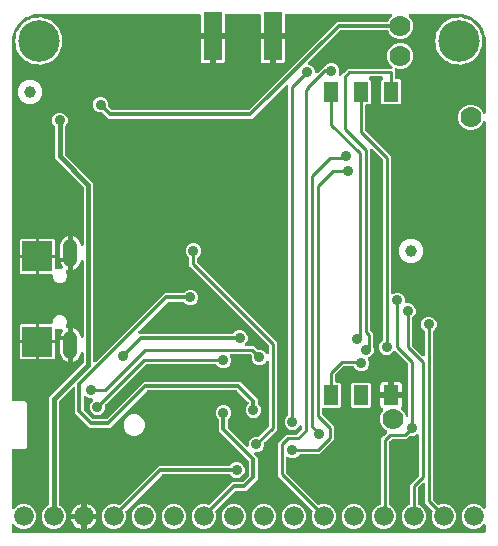
<source format=gbr>
G04 EAGLE Gerber RS-274X export*
G75*
%MOMM*%
%FSLAX34Y34*%
%LPD*%
%INBottom Copper*%
%IPPOS*%
%AMOC8*
5,1,8,0,0,1.08239X$1,22.5*%
G01*
%ADD10R,2.500000X2.500000*%
%ADD11C,1.208000*%
%ADD12C,3.516000*%
%ADD13C,1.778000*%
%ADD14R,1.300000X1.700000*%
%ADD15R,1.524000X4.064000*%
%ADD16C,1.000000*%
%ADD17C,1.676400*%
%ADD18C,0.906400*%
%ADD19C,0.304800*%
%ADD20C,0.254000*%
%ADD21C,0.406400*%

G36*
X402708Y2556D02*
X402708Y2556D01*
X402827Y2563D01*
X402865Y2576D01*
X402906Y2581D01*
X403016Y2624D01*
X403129Y2661D01*
X403164Y2683D01*
X403201Y2698D01*
X403297Y2767D01*
X403398Y2831D01*
X403426Y2861D01*
X403459Y2884D01*
X403535Y2976D01*
X403616Y3063D01*
X403636Y3098D01*
X403661Y3129D01*
X403712Y3237D01*
X403770Y3341D01*
X403780Y3381D01*
X403797Y3417D01*
X403819Y3534D01*
X403849Y3649D01*
X403853Y3709D01*
X403857Y3729D01*
X403855Y3750D01*
X403859Y3810D01*
X403859Y8876D01*
X403842Y9014D01*
X403829Y9153D01*
X403822Y9172D01*
X403819Y9192D01*
X403768Y9321D01*
X403721Y9452D01*
X403710Y9469D01*
X403702Y9488D01*
X403621Y9600D01*
X403543Y9715D01*
X403527Y9729D01*
X403516Y9745D01*
X403408Y9834D01*
X403304Y9926D01*
X403286Y9935D01*
X403271Y9948D01*
X403145Y10007D01*
X403021Y10070D01*
X403001Y10075D01*
X402983Y10083D01*
X402847Y10109D01*
X402711Y10140D01*
X402690Y10139D01*
X402671Y10143D01*
X402532Y10134D01*
X402393Y10130D01*
X402373Y10125D01*
X402353Y10123D01*
X402221Y10081D01*
X402087Y10042D01*
X402070Y10032D01*
X402051Y10025D01*
X401933Y9951D01*
X401813Y9880D01*
X401792Y9862D01*
X401782Y9855D01*
X401768Y9840D01*
X401693Y9774D01*
X399599Y7681D01*
X395772Y6095D01*
X391628Y6095D01*
X387801Y7681D01*
X384871Y10611D01*
X383285Y14438D01*
X383285Y18582D01*
X384871Y22409D01*
X387801Y25339D01*
X391628Y26925D01*
X395772Y26925D01*
X399599Y25339D01*
X401693Y23246D01*
X401802Y23161D01*
X401909Y23072D01*
X401928Y23064D01*
X401944Y23051D01*
X402072Y22996D01*
X402197Y22937D01*
X402217Y22933D01*
X402236Y22925D01*
X402374Y22903D01*
X402510Y22877D01*
X402530Y22878D01*
X402550Y22875D01*
X402689Y22888D01*
X402827Y22897D01*
X402846Y22903D01*
X402866Y22905D01*
X402998Y22952D01*
X403129Y22995D01*
X403147Y23006D01*
X403166Y23012D01*
X403281Y23090D01*
X403398Y23165D01*
X403412Y23180D01*
X403429Y23191D01*
X403521Y23295D01*
X403616Y23396D01*
X403626Y23414D01*
X403639Y23429D01*
X403703Y23554D01*
X403770Y23675D01*
X403775Y23695D01*
X403784Y23713D01*
X403814Y23848D01*
X403849Y23983D01*
X403851Y24011D01*
X403854Y24023D01*
X403853Y24043D01*
X403859Y24144D01*
X403859Y350065D01*
X403851Y350135D01*
X403852Y350204D01*
X403831Y350292D01*
X403819Y350381D01*
X403794Y350446D01*
X403777Y350514D01*
X403735Y350593D01*
X403702Y350677D01*
X403661Y350733D01*
X403629Y350795D01*
X403568Y350861D01*
X403516Y350934D01*
X403462Y350978D01*
X403415Y351030D01*
X403340Y351079D01*
X403271Y351137D01*
X403207Y351167D01*
X403149Y351205D01*
X403064Y351234D01*
X402983Y351272D01*
X402914Y351285D01*
X402848Y351308D01*
X402759Y351315D01*
X402671Y351332D01*
X402601Y351328D01*
X402531Y351333D01*
X402443Y351318D01*
X402353Y351312D01*
X402287Y351291D01*
X402218Y351279D01*
X402136Y351242D01*
X402051Y351214D01*
X401992Y351177D01*
X401928Y351148D01*
X401858Y351092D01*
X401782Y351044D01*
X401734Y350993D01*
X401680Y350950D01*
X401625Y350878D01*
X401564Y350813D01*
X401530Y350751D01*
X401488Y350696D01*
X401417Y350551D01*
X400420Y348143D01*
X397347Y345070D01*
X393333Y343407D01*
X388987Y343407D01*
X384973Y345070D01*
X381900Y348143D01*
X380237Y352157D01*
X380237Y356503D01*
X381900Y360517D01*
X384973Y363590D01*
X388987Y365253D01*
X393333Y365253D01*
X397347Y363590D01*
X400420Y360517D01*
X401417Y358109D01*
X401452Y358048D01*
X401478Y357983D01*
X401530Y357911D01*
X401575Y357833D01*
X401624Y357782D01*
X401664Y357726D01*
X401734Y357669D01*
X401796Y357604D01*
X401856Y357568D01*
X401909Y357523D01*
X401991Y357485D01*
X402067Y357438D01*
X402134Y357417D01*
X402197Y357388D01*
X402285Y357371D01*
X402371Y357344D01*
X402441Y357341D01*
X402510Y357328D01*
X402599Y357333D01*
X402689Y357329D01*
X402757Y357343D01*
X402827Y357348D01*
X402912Y357375D01*
X403000Y357394D01*
X403063Y357424D01*
X403129Y357446D01*
X403205Y357494D01*
X403286Y357533D01*
X403339Y357579D01*
X403398Y357616D01*
X403460Y357681D01*
X403528Y357740D01*
X403568Y357797D01*
X403616Y357847D01*
X403659Y357926D01*
X403711Y358000D01*
X403736Y358065D01*
X403770Y358126D01*
X403792Y358213D01*
X403824Y358297D01*
X403832Y358366D01*
X403849Y358434D01*
X403859Y358595D01*
X403859Y419100D01*
X403857Y419122D01*
X403855Y419200D01*
X403590Y422577D01*
X403576Y422645D01*
X403571Y422714D01*
X403531Y422870D01*
X401444Y429294D01*
X401393Y429401D01*
X401350Y429512D01*
X401317Y429563D01*
X401309Y429582D01*
X401296Y429597D01*
X401264Y429648D01*
X399571Y431978D01*
X399553Y431997D01*
X399539Y432020D01*
X399444Y432113D01*
X399353Y432209D01*
X399331Y432224D01*
X399312Y432242D01*
X399198Y432308D01*
X399192Y432324D01*
X399189Y432351D01*
X399140Y432475D01*
X399097Y432600D01*
X399082Y432622D01*
X399072Y432647D01*
X398986Y432783D01*
X397293Y435113D01*
X397212Y435199D01*
X397136Y435291D01*
X397090Y435329D01*
X397076Y435344D01*
X397058Y435355D01*
X397012Y435393D01*
X391548Y439364D01*
X391444Y439421D01*
X391344Y439485D01*
X391287Y439507D01*
X391269Y439517D01*
X391249Y439522D01*
X391194Y439544D01*
X384770Y441631D01*
X384702Y441644D01*
X384636Y441667D01*
X384477Y441690D01*
X381100Y441955D01*
X381078Y441954D01*
X381000Y441959D01*
X339822Y441959D01*
X339685Y441942D01*
X339546Y441929D01*
X339527Y441922D01*
X339506Y441919D01*
X339378Y441868D01*
X339246Y441821D01*
X339230Y441810D01*
X339211Y441802D01*
X339098Y441721D01*
X338983Y441643D01*
X338970Y441627D01*
X338953Y441616D01*
X338865Y441508D01*
X338773Y441404D01*
X338764Y441386D01*
X338751Y441371D01*
X338691Y441244D01*
X338628Y441121D01*
X338624Y441101D01*
X338615Y441083D01*
X338589Y440946D01*
X338559Y440811D01*
X338559Y440790D01*
X338555Y440771D01*
X338564Y440632D01*
X338568Y440493D01*
X338574Y440473D01*
X338575Y440453D01*
X338618Y440321D01*
X338657Y440187D01*
X338667Y440170D01*
X338673Y440151D01*
X338748Y440033D01*
X338818Y439913D01*
X338837Y439892D01*
X338843Y439882D01*
X338858Y439868D01*
X338925Y439793D01*
X340730Y437987D01*
X342393Y433973D01*
X342393Y429627D01*
X340730Y425613D01*
X337657Y422540D01*
X333643Y420877D01*
X329297Y420877D01*
X325283Y422540D01*
X322210Y425613D01*
X321445Y427460D01*
X321430Y427485D01*
X321421Y427513D01*
X321352Y427623D01*
X321288Y427736D01*
X321267Y427757D01*
X321251Y427782D01*
X321157Y427871D01*
X321066Y427964D01*
X321041Y427980D01*
X321020Y428000D01*
X320906Y428063D01*
X320795Y428131D01*
X320767Y428139D01*
X320741Y428154D01*
X320615Y428186D01*
X320491Y428224D01*
X320462Y428226D01*
X320433Y428233D01*
X320272Y428243D01*
X281399Y428243D01*
X281301Y428231D01*
X281202Y428228D01*
X281144Y428211D01*
X281083Y428203D01*
X280991Y428167D01*
X280896Y428139D01*
X280844Y428109D01*
X280788Y428086D01*
X280708Y428028D01*
X280622Y427978D01*
X280547Y427912D01*
X280530Y427900D01*
X280523Y427890D01*
X280501Y427872D01*
X253674Y401044D01*
X253644Y401005D01*
X253607Y400971D01*
X253547Y400880D01*
X253479Y400793D01*
X253459Y400747D01*
X253432Y400706D01*
X253396Y400602D01*
X253353Y400501D01*
X253345Y400452D01*
X253329Y400405D01*
X253320Y400295D01*
X253303Y400187D01*
X253308Y400137D01*
X253304Y400088D01*
X253322Y399980D01*
X253333Y399870D01*
X253350Y399824D01*
X253358Y399775D01*
X253403Y399674D01*
X253440Y399571D01*
X253468Y399530D01*
X253489Y399485D01*
X253557Y399399D01*
X253619Y399308D01*
X253656Y399275D01*
X253687Y399236D01*
X253775Y399170D01*
X253857Y399097D01*
X253902Y399075D01*
X253941Y399045D01*
X254086Y398974D01*
X256449Y397995D01*
X258295Y396149D01*
X259295Y393736D01*
X259295Y393119D01*
X259312Y392981D01*
X259325Y392843D01*
X259332Y392823D01*
X259335Y392803D01*
X259386Y392674D01*
X259433Y392543D01*
X259444Y392526D01*
X259452Y392508D01*
X259533Y392395D01*
X259611Y392280D01*
X259627Y392267D01*
X259638Y392250D01*
X259746Y392162D01*
X259850Y392070D01*
X259868Y392060D01*
X259883Y392048D01*
X260009Y391988D01*
X260133Y391925D01*
X260153Y391921D01*
X260171Y391912D01*
X260307Y391886D01*
X260443Y391855D01*
X260464Y391856D01*
X260483Y391852D01*
X260622Y391861D01*
X260761Y391865D01*
X260781Y391871D01*
X260801Y391872D01*
X260933Y391915D01*
X261067Y391953D01*
X261084Y391964D01*
X261103Y391970D01*
X261221Y392045D01*
X261341Y392115D01*
X261362Y392134D01*
X261372Y392140D01*
X261386Y392155D01*
X261461Y392221D01*
X266497Y397257D01*
X266797Y397257D01*
X266895Y397269D01*
X266994Y397272D01*
X267052Y397289D01*
X267113Y397297D01*
X267205Y397333D01*
X267300Y397361D01*
X267352Y397391D01*
X267408Y397414D01*
X267488Y397472D01*
X267574Y397522D01*
X267649Y397588D01*
X267666Y397600D01*
X267673Y397610D01*
X267686Y397621D01*
X267687Y397621D01*
X267695Y397628D01*
X269331Y399265D01*
X271744Y400265D01*
X274356Y400265D01*
X276769Y399265D01*
X278615Y397419D01*
X279615Y395006D01*
X279615Y392394D01*
X279250Y391514D01*
X279232Y391447D01*
X279204Y391383D01*
X279190Y391294D01*
X279166Y391208D01*
X279165Y391138D01*
X279154Y391069D01*
X279163Y390979D01*
X279161Y390890D01*
X279178Y390822D01*
X279184Y390752D01*
X279215Y390668D01*
X279235Y390580D01*
X279268Y390519D01*
X279292Y390453D01*
X279342Y390379D01*
X279384Y390299D01*
X279431Y390248D01*
X279470Y390190D01*
X279538Y390130D01*
X279598Y390064D01*
X279656Y390026D01*
X279709Y389979D01*
X279789Y389939D01*
X279864Y389889D01*
X279930Y389867D01*
X279992Y389835D01*
X280080Y389815D01*
X280165Y389786D01*
X280234Y389780D01*
X280302Y389765D01*
X280392Y389768D01*
X280482Y389761D01*
X280550Y389773D01*
X280620Y389775D01*
X280707Y389800D01*
X280795Y389815D01*
X280859Y389844D01*
X280926Y389863D01*
X281003Y389909D01*
X281085Y389946D01*
X281140Y389989D01*
X281200Y390025D01*
X281320Y390131D01*
X283484Y392294D01*
X286922Y395733D01*
X323626Y395733D01*
X323763Y395750D01*
X323902Y395763D01*
X323921Y395770D01*
X323942Y395773D01*
X324070Y395824D01*
X324202Y395871D01*
X324218Y395882D01*
X324237Y395890D01*
X324350Y395971D01*
X324465Y396049D01*
X324478Y396065D01*
X324495Y396076D01*
X324583Y396184D01*
X324675Y396288D01*
X324684Y396306D01*
X324697Y396321D01*
X324757Y396447D01*
X324820Y396571D01*
X324824Y396591D01*
X324833Y396609D01*
X324859Y396745D01*
X324889Y396881D01*
X324889Y396902D01*
X324893Y396921D01*
X324884Y397060D01*
X324880Y397199D01*
X324874Y397219D01*
X324873Y397239D01*
X324830Y397371D01*
X324791Y397505D01*
X324781Y397522D01*
X324775Y397541D01*
X324700Y397659D01*
X324630Y397779D01*
X324611Y397800D01*
X324605Y397810D01*
X324590Y397824D01*
X324523Y397899D01*
X322210Y400213D01*
X320547Y404227D01*
X320547Y408573D01*
X322210Y412587D01*
X325283Y415660D01*
X329297Y417323D01*
X333643Y417323D01*
X337657Y415660D01*
X340730Y412587D01*
X342393Y408573D01*
X342393Y404227D01*
X340730Y400213D01*
X337657Y397140D01*
X333643Y395477D01*
X329297Y395477D01*
X328289Y395895D01*
X328222Y395913D01*
X328158Y395941D01*
X328069Y395955D01*
X327983Y395979D01*
X327913Y395980D01*
X327844Y395991D01*
X327754Y395982D01*
X327665Y395984D01*
X327597Y395968D01*
X327527Y395961D01*
X327443Y395931D01*
X327355Y395910D01*
X327294Y395877D01*
X327228Y395853D01*
X327154Y395803D01*
X327074Y395761D01*
X327023Y395714D01*
X326965Y395675D01*
X326905Y395607D01*
X326839Y395547D01*
X326801Y395489D01*
X326754Y395436D01*
X326714Y395357D01*
X326664Y395281D01*
X326641Y395215D01*
X326610Y395153D01*
X326590Y395066D01*
X326561Y394981D01*
X326555Y394911D01*
X326540Y394843D01*
X326543Y394753D01*
X326536Y394664D01*
X326548Y394595D01*
X326550Y394525D01*
X326575Y394439D01*
X326590Y394350D01*
X326619Y394286D01*
X326638Y394219D01*
X326684Y394142D01*
X326721Y394060D01*
X326764Y394006D01*
X326800Y393946D01*
X326906Y393825D01*
X326933Y393798D01*
X326933Y387952D01*
X326948Y387834D01*
X326955Y387715D01*
X326968Y387677D01*
X326973Y387636D01*
X327016Y387526D01*
X327053Y387413D01*
X327075Y387378D01*
X327090Y387341D01*
X327159Y387245D01*
X327223Y387144D01*
X327253Y387116D01*
X327276Y387083D01*
X327368Y387007D01*
X327455Y386926D01*
X327490Y386906D01*
X327521Y386881D01*
X327629Y386830D01*
X327733Y386772D01*
X327773Y386762D01*
X327809Y386745D01*
X327926Y386723D01*
X328041Y386693D01*
X328101Y386689D01*
X328121Y386685D01*
X328142Y386687D01*
X328202Y386683D01*
X330972Y386683D01*
X332163Y385492D01*
X332163Y366808D01*
X330972Y365617D01*
X316288Y365617D01*
X315097Y366808D01*
X315097Y385492D01*
X316566Y386961D01*
X316651Y387070D01*
X316740Y387177D01*
X316748Y387196D01*
X316761Y387212D01*
X316816Y387340D01*
X316875Y387465D01*
X316879Y387485D01*
X316887Y387504D01*
X316909Y387642D01*
X316935Y387778D01*
X316934Y387798D01*
X316937Y387818D01*
X316924Y387957D01*
X316915Y388095D01*
X316909Y388114D01*
X316907Y388134D01*
X316860Y388266D01*
X316817Y388397D01*
X316806Y388415D01*
X316800Y388434D01*
X316721Y388549D01*
X316647Y388666D01*
X316632Y388680D01*
X316621Y388697D01*
X316517Y388789D01*
X316415Y388884D01*
X316398Y388894D01*
X316383Y388907D01*
X316258Y388971D01*
X316137Y389038D01*
X316117Y389043D01*
X316099Y389052D01*
X315963Y389082D01*
X315829Y389117D01*
X315801Y389119D01*
X315789Y389122D01*
X315769Y389121D01*
X315668Y389127D01*
X306192Y389127D01*
X306054Y389110D01*
X305915Y389097D01*
X305896Y389090D01*
X305876Y389087D01*
X305747Y389036D01*
X305616Y388989D01*
X305599Y388978D01*
X305580Y388970D01*
X305468Y388889D01*
X305353Y388811D01*
X305340Y388795D01*
X305323Y388784D01*
X305234Y388676D01*
X305142Y388572D01*
X305133Y388554D01*
X305120Y388539D01*
X305061Y388413D01*
X304998Y388289D01*
X304993Y388269D01*
X304985Y388251D01*
X304959Y388114D01*
X304928Y387979D01*
X304929Y387958D01*
X304925Y387939D01*
X304934Y387800D01*
X304938Y387661D01*
X304943Y387641D01*
X304945Y387621D01*
X304988Y387489D01*
X305026Y387355D01*
X305037Y387338D01*
X305043Y387319D01*
X305117Y387201D01*
X305188Y387081D01*
X305206Y387060D01*
X305213Y387050D01*
X305228Y387036D01*
X305294Y386961D01*
X306763Y385492D01*
X306763Y366808D01*
X305572Y365617D01*
X302802Y365617D01*
X302684Y365602D01*
X302565Y365595D01*
X302527Y365582D01*
X302486Y365577D01*
X302376Y365534D01*
X302263Y365497D01*
X302228Y365475D01*
X302191Y365460D01*
X302095Y365391D01*
X301994Y365327D01*
X301966Y365297D01*
X301933Y365274D01*
X301857Y365182D01*
X301776Y365095D01*
X301756Y365060D01*
X301731Y365029D01*
X301680Y364921D01*
X301622Y364817D01*
X301612Y364777D01*
X301595Y364741D01*
X301573Y364624D01*
X301543Y364509D01*
X301539Y364449D01*
X301535Y364429D01*
X301537Y364408D01*
X301533Y364348D01*
X301533Y343744D01*
X301545Y343646D01*
X301548Y343547D01*
X301565Y343488D01*
X301573Y343428D01*
X301609Y343336D01*
X301637Y343241D01*
X301667Y343189D01*
X301690Y343133D01*
X301748Y343053D01*
X301798Y342967D01*
X301864Y342892D01*
X301876Y342875D01*
X301886Y342867D01*
X301904Y342846D01*
X323343Y321408D01*
X323343Y206081D01*
X323349Y206031D01*
X323347Y205982D01*
X323369Y205875D01*
X323383Y205765D01*
X323401Y205719D01*
X323411Y205670D01*
X323459Y205572D01*
X323500Y205470D01*
X323529Y205430D01*
X323551Y205385D01*
X323622Y205301D01*
X323686Y205212D01*
X323725Y205181D01*
X323757Y205143D01*
X323847Y205080D01*
X323931Y205009D01*
X323976Y204988D01*
X324017Y204960D01*
X324120Y204921D01*
X324219Y204874D01*
X324268Y204865D01*
X324314Y204847D01*
X324424Y204835D01*
X324531Y204814D01*
X324581Y204817D01*
X324630Y204812D01*
X324739Y204827D01*
X324849Y204834D01*
X324896Y204849D01*
X324945Y204856D01*
X325098Y204908D01*
X327624Y205955D01*
X330236Y205955D01*
X332649Y204955D01*
X334495Y203109D01*
X335495Y200696D01*
X335495Y198334D01*
X335510Y198216D01*
X335517Y198097D01*
X335530Y198059D01*
X335535Y198018D01*
X335578Y197908D01*
X335615Y197795D01*
X335637Y197760D01*
X335652Y197723D01*
X335721Y197627D01*
X335785Y197526D01*
X335815Y197498D01*
X335838Y197465D01*
X335930Y197389D01*
X336017Y197308D01*
X336052Y197288D01*
X336083Y197263D01*
X336191Y197212D01*
X336295Y197154D01*
X336335Y197144D01*
X336371Y197127D01*
X336488Y197105D01*
X336603Y197075D01*
X336663Y197071D01*
X336683Y197067D01*
X336704Y197069D01*
X336764Y197065D01*
X339126Y197065D01*
X341539Y196065D01*
X343385Y194219D01*
X344385Y191806D01*
X344385Y189194D01*
X343385Y186781D01*
X341494Y184891D01*
X341434Y184812D01*
X341366Y184740D01*
X341337Y184687D01*
X341300Y184639D01*
X341260Y184548D01*
X341212Y184462D01*
X341197Y184403D01*
X341173Y184347D01*
X341158Y184249D01*
X341133Y184154D01*
X341127Y184054D01*
X341123Y184033D01*
X341125Y184021D01*
X341123Y183993D01*
X341123Y161914D01*
X341135Y161816D01*
X341138Y161717D01*
X341155Y161658D01*
X341163Y161598D01*
X341199Y161506D01*
X341227Y161411D01*
X341257Y161359D01*
X341280Y161303D01*
X341338Y161223D01*
X341388Y161137D01*
X341454Y161062D01*
X341466Y161045D01*
X341476Y161037D01*
X341494Y161016D01*
X350131Y152380D01*
X350240Y152295D01*
X350347Y152206D01*
X350366Y152198D01*
X350382Y152185D01*
X350510Y152130D01*
X350635Y152071D01*
X350655Y152067D01*
X350674Y152059D01*
X350812Y152037D01*
X350948Y152011D01*
X350968Y152012D01*
X350988Y152009D01*
X351127Y152022D01*
X351265Y152031D01*
X351284Y152037D01*
X351304Y152039D01*
X351436Y152086D01*
X351567Y152129D01*
X351585Y152140D01*
X351604Y152147D01*
X351719Y152225D01*
X351836Y152299D01*
X351850Y152314D01*
X351867Y152325D01*
X351959Y152429D01*
X352054Y152531D01*
X352064Y152548D01*
X352077Y152564D01*
X352141Y152688D01*
X352208Y152809D01*
X352213Y152829D01*
X352222Y152847D01*
X352252Y152983D01*
X352287Y153117D01*
X352289Y153145D01*
X352292Y153157D01*
X352291Y153178D01*
X352297Y153278D01*
X352297Y172563D01*
X352285Y172661D01*
X352282Y172760D01*
X352265Y172818D01*
X352257Y172879D01*
X352221Y172971D01*
X352193Y173066D01*
X352163Y173118D01*
X352140Y173174D01*
X352082Y173254D01*
X352032Y173340D01*
X351966Y173415D01*
X351954Y173432D01*
X351944Y173439D01*
X351926Y173461D01*
X350035Y175351D01*
X349035Y177764D01*
X349035Y180376D01*
X350035Y182789D01*
X351881Y184635D01*
X354294Y185635D01*
X356906Y185635D01*
X359319Y184635D01*
X361165Y182789D01*
X362165Y180376D01*
X362165Y177764D01*
X361165Y175351D01*
X359274Y173461D01*
X359214Y173382D01*
X359146Y173310D01*
X359117Y173257D01*
X359080Y173209D01*
X359040Y173118D01*
X358992Y173032D01*
X358977Y172973D01*
X358953Y172917D01*
X358938Y172819D01*
X358913Y172724D01*
X358907Y172624D01*
X358903Y172603D01*
X358905Y172591D01*
X358903Y172563D01*
X358903Y31104D01*
X358915Y31006D01*
X358918Y30907D01*
X358935Y30848D01*
X358943Y30788D01*
X358979Y30696D01*
X359007Y30601D01*
X359037Y30549D01*
X359060Y30493D01*
X359118Y30413D01*
X359168Y30327D01*
X359234Y30252D01*
X359246Y30235D01*
X359256Y30227D01*
X359274Y30206D01*
X363032Y26449D01*
X363055Y26431D01*
X363074Y26408D01*
X363180Y26334D01*
X363283Y26254D01*
X363310Y26242D01*
X363334Y26225D01*
X363456Y26179D01*
X363575Y26128D01*
X363604Y26123D01*
X363632Y26112D01*
X363761Y26098D01*
X363889Y26078D01*
X363919Y26080D01*
X363948Y26077D01*
X364076Y26095D01*
X364206Y26107D01*
X364234Y26117D01*
X364263Y26122D01*
X364415Y26174D01*
X366228Y26925D01*
X370372Y26925D01*
X374199Y25339D01*
X377129Y22409D01*
X378715Y18582D01*
X378715Y14438D01*
X377129Y10611D01*
X374199Y7681D01*
X370372Y6095D01*
X366228Y6095D01*
X362401Y7681D01*
X359471Y10611D01*
X357885Y14438D01*
X357885Y18582D01*
X358636Y20395D01*
X358644Y20423D01*
X358658Y20450D01*
X358686Y20576D01*
X358720Y20702D01*
X358721Y20731D01*
X358727Y20760D01*
X358723Y20890D01*
X358725Y21020D01*
X358718Y21048D01*
X358718Y21078D01*
X358681Y21202D01*
X358651Y21329D01*
X358637Y21355D01*
X358629Y21383D01*
X358563Y21495D01*
X358502Y21610D01*
X358483Y21632D01*
X358468Y21657D01*
X358361Y21778D01*
X352297Y27842D01*
X352297Y43572D01*
X352280Y43710D01*
X352267Y43849D01*
X352260Y43868D01*
X352257Y43888D01*
X352206Y44017D01*
X352159Y44148D01*
X352148Y44165D01*
X352140Y44183D01*
X352059Y44296D01*
X351981Y44411D01*
X351965Y44424D01*
X351954Y44441D01*
X351846Y44530D01*
X351742Y44622D01*
X351724Y44631D01*
X351709Y44644D01*
X351583Y44703D01*
X351459Y44766D01*
X351439Y44771D01*
X351421Y44779D01*
X351285Y44805D01*
X351149Y44836D01*
X351128Y44835D01*
X351109Y44839D01*
X350970Y44830D01*
X350831Y44826D01*
X350811Y44820D01*
X350791Y44819D01*
X350659Y44776D01*
X350525Y44738D01*
X350508Y44727D01*
X350489Y44721D01*
X350371Y44647D01*
X350251Y44576D01*
X350230Y44558D01*
X350220Y44551D01*
X350206Y44536D01*
X350131Y44470D01*
X346574Y40914D01*
X346514Y40835D01*
X346446Y40763D01*
X346417Y40710D01*
X346380Y40662D01*
X346340Y40571D01*
X346292Y40485D01*
X346277Y40426D01*
X346253Y40371D01*
X346238Y40273D01*
X346213Y40177D01*
X346207Y40077D01*
X346203Y40056D01*
X346205Y40044D01*
X346203Y40016D01*
X346203Y27263D01*
X346206Y27234D01*
X346204Y27204D01*
X346226Y27076D01*
X346243Y26947D01*
X346253Y26920D01*
X346258Y26891D01*
X346312Y26772D01*
X346360Y26652D01*
X346377Y26628D01*
X346389Y26601D01*
X346470Y26499D01*
X346546Y26394D01*
X346569Y26375D01*
X346588Y26352D01*
X346691Y26274D01*
X346791Y26191D01*
X346818Y26179D01*
X346842Y26161D01*
X346986Y26090D01*
X348799Y25339D01*
X351729Y22409D01*
X353315Y18582D01*
X353315Y14438D01*
X351729Y10611D01*
X348799Y7681D01*
X344972Y6095D01*
X340828Y6095D01*
X337001Y7681D01*
X334071Y10611D01*
X332485Y14438D01*
X332485Y18582D01*
X334071Y22409D01*
X337001Y25339D01*
X338814Y26090D01*
X338839Y26105D01*
X338867Y26114D01*
X338977Y26183D01*
X339090Y26248D01*
X339111Y26268D01*
X339136Y26284D01*
X339225Y26379D01*
X339318Y26469D01*
X339334Y26494D01*
X339354Y26516D01*
X339417Y26630D01*
X339485Y26740D01*
X339493Y26768D01*
X339508Y26794D01*
X339540Y26920D01*
X339578Y27044D01*
X339580Y27074D01*
X339587Y27102D01*
X339597Y27263D01*
X339597Y43278D01*
X346846Y50526D01*
X346906Y50605D01*
X346974Y50677D01*
X347003Y50730D01*
X347040Y50778D01*
X347080Y50869D01*
X347128Y50955D01*
X347143Y51014D01*
X347167Y51069D01*
X347182Y51167D01*
X347207Y51263D01*
X347213Y51363D01*
X347217Y51384D01*
X347215Y51396D01*
X347217Y51424D01*
X347217Y84749D01*
X347211Y84799D01*
X347213Y84848D01*
X347191Y84956D01*
X347177Y85065D01*
X347159Y85111D01*
X347149Y85160D01*
X347101Y85258D01*
X347060Y85360D01*
X347031Y85401D01*
X347009Y85445D01*
X346938Y85529D01*
X346874Y85618D01*
X346835Y85649D01*
X346803Y85687D01*
X346713Y85750D01*
X346629Y85821D01*
X346584Y85842D01*
X346543Y85870D01*
X346440Y85909D01*
X346341Y85956D01*
X346292Y85965D01*
X346246Y85983D01*
X346136Y85995D01*
X346029Y86016D01*
X345979Y86013D01*
X345930Y86018D01*
X345821Y86003D01*
X345711Y85996D01*
X345664Y85981D01*
X345615Y85974D01*
X345462Y85922D01*
X342936Y84875D01*
X340262Y84875D01*
X340164Y84863D01*
X340065Y84860D01*
X340006Y84843D01*
X339946Y84835D01*
X339854Y84799D01*
X339759Y84771D01*
X339707Y84741D01*
X339651Y84718D01*
X339571Y84660D01*
X339485Y84610D01*
X339410Y84544D01*
X339393Y84532D01*
X339385Y84522D01*
X339364Y84504D01*
X336648Y81787D01*
X324474Y81787D01*
X324376Y81775D01*
X324277Y81772D01*
X324218Y81755D01*
X324158Y81747D01*
X324066Y81711D01*
X323971Y81683D01*
X323919Y81653D01*
X323863Y81630D01*
X323783Y81572D01*
X323697Y81522D01*
X323622Y81456D01*
X323605Y81444D01*
X323597Y81434D01*
X323576Y81416D01*
X322444Y80284D01*
X322384Y80205D01*
X322316Y80133D01*
X322287Y80080D01*
X322250Y80032D01*
X322210Y79941D01*
X322162Y79855D01*
X322147Y79796D01*
X322123Y79741D01*
X322108Y79643D01*
X322083Y79547D01*
X322077Y79447D01*
X322073Y79427D01*
X322075Y79414D01*
X322073Y79386D01*
X322073Y26737D01*
X322076Y26708D01*
X322074Y26678D01*
X322096Y26550D01*
X322113Y26421D01*
X322123Y26394D01*
X322128Y26365D01*
X322182Y26246D01*
X322230Y26126D01*
X322247Y26102D01*
X322259Y26075D01*
X322340Y25974D01*
X322416Y25868D01*
X322439Y25849D01*
X322458Y25826D01*
X322561Y25748D01*
X322661Y25665D01*
X322688Y25653D01*
X322712Y25635D01*
X322856Y25564D01*
X323399Y25339D01*
X326329Y22409D01*
X327915Y18582D01*
X327915Y14438D01*
X326329Y10611D01*
X323399Y7681D01*
X319572Y6095D01*
X315428Y6095D01*
X311601Y7681D01*
X308671Y10611D01*
X307085Y14438D01*
X307085Y18582D01*
X308671Y22409D01*
X311601Y25339D01*
X314684Y26616D01*
X314709Y26631D01*
X314737Y26640D01*
X314847Y26709D01*
X314960Y26774D01*
X314981Y26794D01*
X315006Y26810D01*
X315095Y26905D01*
X315188Y26995D01*
X315204Y27020D01*
X315224Y27042D01*
X315287Y27155D01*
X315355Y27266D01*
X315363Y27294D01*
X315378Y27320D01*
X315410Y27446D01*
X315448Y27570D01*
X315450Y27600D01*
X315457Y27628D01*
X315467Y27789D01*
X315467Y82648D01*
X317773Y84954D01*
X317774Y84954D01*
X318906Y86086D01*
X320196Y87377D01*
X320227Y87416D01*
X320264Y87450D01*
X320324Y87542D01*
X320391Y87628D01*
X320411Y87674D01*
X320438Y87716D01*
X320474Y87820D01*
X320518Y87920D01*
X320525Y87969D01*
X320542Y88016D01*
X320550Y88126D01*
X320568Y88234D01*
X320563Y88284D01*
X320567Y88333D01*
X320548Y88442D01*
X320538Y88551D01*
X320521Y88598D01*
X320512Y88647D01*
X320467Y88747D01*
X320430Y88850D01*
X320402Y88891D01*
X320382Y88937D01*
X320313Y89022D01*
X320252Y89113D01*
X320214Y89146D01*
X320183Y89185D01*
X320096Y89251D01*
X320013Y89324D01*
X319969Y89347D01*
X319929Y89376D01*
X319785Y89447D01*
X318933Y89800D01*
X315860Y92873D01*
X314197Y96887D01*
X314197Y101233D01*
X315860Y105247D01*
X316761Y106148D01*
X316842Y106252D01*
X316927Y106353D01*
X316939Y106378D01*
X316955Y106399D01*
X317008Y106520D01*
X317066Y106640D01*
X317071Y106666D01*
X317082Y106691D01*
X317103Y106822D01*
X317129Y106951D01*
X317127Y106978D01*
X317132Y107005D01*
X317119Y107137D01*
X317112Y107269D01*
X317104Y107295D01*
X317102Y107321D01*
X317057Y107446D01*
X317018Y107572D01*
X317003Y107595D01*
X316994Y107621D01*
X316920Y107730D01*
X316850Y107843D01*
X316831Y107862D01*
X316816Y107884D01*
X316717Y107971D01*
X316621Y108063D01*
X316597Y108077D01*
X316577Y108094D01*
X316460Y108154D01*
X316344Y108220D01*
X316308Y108232D01*
X316294Y108239D01*
X316273Y108244D01*
X316191Y108271D01*
X316149Y108282D01*
X315570Y108617D01*
X315097Y109090D01*
X314762Y109669D01*
X314589Y110316D01*
X314589Y116611D01*
X322360Y116611D01*
X322478Y116626D01*
X322597Y116633D01*
X322635Y116646D01*
X322675Y116651D01*
X322786Y116694D01*
X322899Y116731D01*
X322934Y116753D01*
X322971Y116768D01*
X323067Y116838D01*
X323168Y116901D01*
X323196Y116931D01*
X323228Y116955D01*
X323304Y117046D01*
X323386Y117133D01*
X323405Y117168D01*
X323431Y117199D01*
X323482Y117307D01*
X323539Y117411D01*
X323550Y117451D01*
X323567Y117487D01*
X323589Y117604D01*
X323619Y117719D01*
X323623Y117779D01*
X323627Y117800D01*
X323625Y117820D01*
X323629Y117880D01*
X323629Y119151D01*
X323631Y119151D01*
X323631Y117880D01*
X323646Y117762D01*
X323653Y117643D01*
X323666Y117605D01*
X323671Y117565D01*
X323715Y117454D01*
X323751Y117341D01*
X323773Y117306D01*
X323788Y117269D01*
X323858Y117173D01*
X323921Y117072D01*
X323951Y117044D01*
X323975Y117011D01*
X324066Y116936D01*
X324153Y116854D01*
X324188Y116834D01*
X324220Y116809D01*
X324327Y116758D01*
X324431Y116700D01*
X324471Y116690D01*
X324507Y116673D01*
X324624Y116651D01*
X324739Y116621D01*
X324800Y116617D01*
X324820Y116613D01*
X324840Y116615D01*
X324900Y116611D01*
X332671Y116611D01*
X332671Y110316D01*
X332498Y109669D01*
X332125Y109025D01*
X332096Y108991D01*
X332077Y108955D01*
X332053Y108923D01*
X332005Y108814D01*
X331951Y108708D01*
X331942Y108669D01*
X331926Y108631D01*
X331908Y108514D01*
X331882Y108398D01*
X331883Y108357D01*
X331876Y108317D01*
X331888Y108199D01*
X331891Y108080D01*
X331902Y108041D01*
X331906Y108001D01*
X331947Y107888D01*
X331980Y107774D01*
X332000Y107739D01*
X332014Y107701D01*
X332081Y107603D01*
X332141Y107500D01*
X332181Y107455D01*
X332192Y107438D01*
X332208Y107425D01*
X332248Y107379D01*
X334380Y105247D01*
X335885Y101612D01*
X335920Y101552D01*
X335946Y101487D01*
X335998Y101414D01*
X336043Y101336D01*
X336091Y101286D01*
X336132Y101230D01*
X336202Y101172D01*
X336264Y101108D01*
X336324Y101071D01*
X336377Y101027D01*
X336459Y100989D01*
X336535Y100942D01*
X336602Y100921D01*
X336665Y100891D01*
X336753Y100874D01*
X336839Y100848D01*
X336909Y100845D01*
X336978Y100832D01*
X337067Y100837D01*
X337157Y100833D01*
X337225Y100847D01*
X337295Y100851D01*
X337380Y100879D01*
X337468Y100897D01*
X337531Y100928D01*
X337597Y100949D01*
X337673Y100997D01*
X337754Y101037D01*
X337807Y101082D01*
X337866Y101119D01*
X337928Y101185D01*
X337996Y101243D01*
X338036Y101300D01*
X338084Y101351D01*
X338127Y101430D01*
X338179Y101503D01*
X338204Y101569D01*
X338238Y101630D01*
X338260Y101716D01*
X338292Y101801D01*
X338300Y101870D01*
X338317Y101938D01*
X338327Y102098D01*
X338327Y145426D01*
X338315Y145524D01*
X338312Y145623D01*
X338295Y145682D01*
X338287Y145742D01*
X338251Y145834D01*
X338223Y145929D01*
X338193Y145981D01*
X338170Y146037D01*
X338112Y146117D01*
X338062Y146203D01*
X337996Y146278D01*
X337984Y146295D01*
X337974Y146303D01*
X337956Y146324D01*
X327643Y156636D01*
X327604Y156666D01*
X327571Y156703D01*
X327479Y156763D01*
X327392Y156831D01*
X327346Y156851D01*
X327305Y156878D01*
X327201Y156913D01*
X327100Y156957D01*
X327051Y156965D01*
X327004Y156981D01*
X326895Y156990D01*
X326786Y157007D01*
X326736Y157002D01*
X326687Y157006D01*
X326579Y156987D01*
X326470Y156977D01*
X326423Y156960D01*
X326374Y156952D01*
X326274Y156907D01*
X326170Y156870D01*
X326129Y156842D01*
X326084Y156821D01*
X325998Y156753D01*
X325907Y156691D01*
X325874Y156654D01*
X325835Y156623D01*
X325769Y156535D01*
X325697Y156453D01*
X325674Y156408D01*
X325644Y156368D01*
X325617Y156313D01*
X323759Y154455D01*
X321346Y153455D01*
X318734Y153455D01*
X316321Y154455D01*
X314475Y156301D01*
X313475Y158714D01*
X313475Y161326D01*
X314475Y163739D01*
X316366Y165629D01*
X316426Y165708D01*
X316494Y165780D01*
X316523Y165833D01*
X316560Y165881D01*
X316600Y165972D01*
X316648Y166058D01*
X316663Y166117D01*
X316687Y166173D01*
X316702Y166271D01*
X316727Y166366D01*
X316733Y166466D01*
X316737Y166487D01*
X316735Y166499D01*
X316737Y166527D01*
X316737Y318146D01*
X316725Y318244D01*
X316722Y318343D01*
X316705Y318402D01*
X316697Y318462D01*
X316661Y318554D01*
X316633Y318649D01*
X316603Y318701D01*
X316580Y318757D01*
X316522Y318837D01*
X316472Y318923D01*
X316406Y318998D01*
X316394Y319015D01*
X316384Y319023D01*
X316366Y319044D01*
X307729Y327680D01*
X307620Y327765D01*
X307513Y327854D01*
X307494Y327862D01*
X307478Y327875D01*
X307350Y327930D01*
X307225Y327989D01*
X307205Y327993D01*
X307186Y328001D01*
X307048Y328023D01*
X306912Y328049D01*
X306892Y328048D01*
X306872Y328051D01*
X306733Y328038D01*
X306595Y328029D01*
X306576Y328023D01*
X306556Y328021D01*
X306424Y327974D01*
X306293Y327931D01*
X306275Y327920D01*
X306256Y327913D01*
X306141Y327835D01*
X306024Y327761D01*
X306010Y327746D01*
X305993Y327735D01*
X305901Y327631D01*
X305806Y327529D01*
X305796Y327512D01*
X305783Y327496D01*
X305719Y327372D01*
X305652Y327251D01*
X305647Y327231D01*
X305638Y327213D01*
X305608Y327077D01*
X305573Y326943D01*
X305571Y326915D01*
X305568Y326903D01*
X305569Y326882D01*
X305563Y326782D01*
X305563Y174614D01*
X305575Y174516D01*
X305578Y174417D01*
X305595Y174358D01*
X305603Y174298D01*
X305639Y174206D01*
X305667Y174111D01*
X305697Y174059D01*
X305720Y174003D01*
X305778Y173923D01*
X305828Y173837D01*
X305894Y173762D01*
X305906Y173745D01*
X305916Y173737D01*
X305934Y173716D01*
X308103Y171548D01*
X308103Y160781D01*
X308104Y160772D01*
X308103Y160763D01*
X308124Y160614D01*
X308143Y160466D01*
X308146Y160457D01*
X308147Y160448D01*
X308199Y160296D01*
X308825Y158786D01*
X308825Y156174D01*
X307825Y153761D01*
X305979Y151915D01*
X304717Y151392D01*
X304613Y151333D01*
X304506Y151281D01*
X304476Y151255D01*
X304440Y151234D01*
X304355Y151151D01*
X304264Y151074D01*
X304241Y151041D01*
X304212Y151013D01*
X304150Y150912D01*
X304081Y150814D01*
X304067Y150777D01*
X304046Y150742D01*
X304011Y150628D01*
X303969Y150517D01*
X303964Y150477D01*
X303952Y150438D01*
X303947Y150319D01*
X303933Y150201D01*
X303939Y150161D01*
X303937Y150120D01*
X303961Y150004D01*
X303978Y149886D01*
X303997Y149829D01*
X304001Y149809D01*
X304010Y149791D01*
X304030Y149734D01*
X305015Y147356D01*
X305015Y144744D01*
X304015Y142331D01*
X302169Y140485D01*
X299756Y139485D01*
X297144Y139485D01*
X294731Y140485D01*
X292885Y142331D01*
X292511Y143234D01*
X292496Y143259D01*
X292487Y143287D01*
X292418Y143397D01*
X292353Y143510D01*
X292333Y143531D01*
X292317Y143556D01*
X292222Y143645D01*
X292132Y143738D01*
X292107Y143754D01*
X292085Y143774D01*
X291972Y143837D01*
X291861Y143905D01*
X291833Y143913D01*
X291807Y143928D01*
X291681Y143960D01*
X291557Y143998D01*
X291528Y144000D01*
X291499Y144007D01*
X291338Y144017D01*
X283834Y144017D01*
X283736Y144005D01*
X283637Y144002D01*
X283578Y143985D01*
X283518Y143977D01*
X283426Y143941D01*
X283331Y143913D01*
X283279Y143883D01*
X283223Y143860D01*
X283143Y143802D01*
X283057Y143752D01*
X282982Y143686D01*
X282965Y143674D01*
X282957Y143664D01*
X282936Y143646D01*
X276504Y137214D01*
X276444Y137135D01*
X276376Y137063D01*
X276347Y137010D01*
X276310Y136962D01*
X276270Y136871D01*
X276222Y136785D01*
X276207Y136726D01*
X276183Y136671D01*
X276168Y136573D01*
X276143Y136477D01*
X276137Y136377D01*
X276133Y136356D01*
X276135Y136344D01*
X276133Y136316D01*
X276133Y130952D01*
X276148Y130834D01*
X276155Y130715D01*
X276168Y130677D01*
X276173Y130636D01*
X276216Y130526D01*
X276253Y130413D01*
X276275Y130378D01*
X276290Y130341D01*
X276359Y130245D01*
X276423Y130144D01*
X276453Y130116D01*
X276476Y130083D01*
X276568Y130007D01*
X276655Y129926D01*
X276690Y129906D01*
X276721Y129881D01*
X276829Y129830D01*
X276933Y129772D01*
X276973Y129762D01*
X277009Y129745D01*
X277126Y129723D01*
X277241Y129693D01*
X277301Y129689D01*
X277321Y129685D01*
X277342Y129687D01*
X277402Y129683D01*
X280172Y129683D01*
X281363Y128492D01*
X281363Y109808D01*
X280172Y108617D01*
X266192Y108617D01*
X266074Y108602D01*
X265955Y108595D01*
X265917Y108582D01*
X265876Y108577D01*
X265766Y108534D01*
X265653Y108497D01*
X265618Y108475D01*
X265581Y108460D01*
X265485Y108391D01*
X265384Y108327D01*
X265356Y108297D01*
X265323Y108274D01*
X265247Y108182D01*
X265166Y108095D01*
X265146Y108060D01*
X265121Y108029D01*
X265070Y107921D01*
X265012Y107817D01*
X265002Y107777D01*
X264985Y107741D01*
X264963Y107624D01*
X264933Y107509D01*
X264929Y107449D01*
X264925Y107429D01*
X264927Y107408D01*
X264923Y107348D01*
X264923Y103494D01*
X264935Y103396D01*
X264938Y103297D01*
X264955Y103238D01*
X264963Y103178D01*
X264999Y103086D01*
X265027Y102991D01*
X265057Y102939D01*
X265080Y102883D01*
X265138Y102803D01*
X265188Y102717D01*
X265254Y102642D01*
X265266Y102625D01*
X265276Y102617D01*
X265294Y102596D01*
X275083Y92808D01*
X275083Y81182D01*
X262988Y69087D01*
X246537Y69087D01*
X246439Y69075D01*
X246340Y69072D01*
X246282Y69055D01*
X246221Y69047D01*
X246129Y69011D01*
X246034Y68983D01*
X245982Y68953D01*
X245926Y68930D01*
X245846Y68872D01*
X245760Y68822D01*
X245685Y68756D01*
X245668Y68744D01*
X245661Y68734D01*
X245639Y68716D01*
X243749Y66825D01*
X241336Y65825D01*
X238724Y65825D01*
X236198Y66872D01*
X236150Y66885D01*
X236105Y66906D01*
X235997Y66927D01*
X235891Y66956D01*
X235841Y66956D01*
X235792Y66966D01*
X235683Y66959D01*
X235573Y66961D01*
X235525Y66949D01*
X235475Y66946D01*
X235371Y66912D01*
X235264Y66887D01*
X235220Y66863D01*
X235173Y66848D01*
X235080Y66789D01*
X234983Y66738D01*
X234946Y66705D01*
X234904Y66678D01*
X234829Y66598D01*
X234747Y66524D01*
X234720Y66482D01*
X234686Y66446D01*
X234633Y66350D01*
X234573Y66258D01*
X234556Y66211D01*
X234532Y66168D01*
X234505Y66061D01*
X234469Y65957D01*
X234465Y65908D01*
X234453Y65860D01*
X234443Y65699D01*
X234443Y53964D01*
X234455Y53866D01*
X234458Y53767D01*
X234475Y53708D01*
X234483Y53648D01*
X234519Y53556D01*
X234547Y53461D01*
X234577Y53409D01*
X234600Y53353D01*
X234658Y53273D01*
X234708Y53187D01*
X234774Y53112D01*
X234786Y53095D01*
X234796Y53087D01*
X234814Y53066D01*
X261432Y26449D01*
X261455Y26431D01*
X261474Y26408D01*
X261580Y26334D01*
X261683Y26254D01*
X261710Y26242D01*
X261734Y26225D01*
X261856Y26179D01*
X261975Y26128D01*
X262004Y26123D01*
X262032Y26112D01*
X262161Y26098D01*
X262289Y26078D01*
X262319Y26080D01*
X262348Y26077D01*
X262476Y26095D01*
X262606Y26107D01*
X262634Y26117D01*
X262663Y26122D01*
X262815Y26174D01*
X264628Y26925D01*
X268772Y26925D01*
X272599Y25339D01*
X275529Y22409D01*
X277115Y18582D01*
X277115Y14438D01*
X275529Y10611D01*
X272599Y7681D01*
X268772Y6095D01*
X264628Y6095D01*
X260801Y7681D01*
X257871Y10611D01*
X256285Y14438D01*
X256285Y18582D01*
X257036Y20395D01*
X257044Y20423D01*
X257058Y20450D01*
X257086Y20576D01*
X257120Y20702D01*
X257121Y20731D01*
X257127Y20760D01*
X257123Y20890D01*
X257125Y21020D01*
X257118Y21048D01*
X257118Y21078D01*
X257081Y21202D01*
X257051Y21329D01*
X257037Y21355D01*
X257029Y21383D01*
X256963Y21495D01*
X256902Y21610D01*
X256883Y21632D01*
X256868Y21657D01*
X256761Y21778D01*
X227837Y50702D01*
X227837Y78838D01*
X234852Y85853D01*
X243216Y85853D01*
X243314Y85865D01*
X243413Y85868D01*
X243472Y85885D01*
X243532Y85893D01*
X243624Y85929D01*
X243719Y85957D01*
X243771Y85987D01*
X243827Y86010D01*
X243907Y86068D01*
X243993Y86118D01*
X244068Y86184D01*
X244085Y86196D01*
X244093Y86206D01*
X244114Y86224D01*
X247786Y89896D01*
X247846Y89975D01*
X247914Y90047D01*
X247943Y90100D01*
X247980Y90148D01*
X248020Y90239D01*
X248068Y90325D01*
X248083Y90384D01*
X248107Y90439D01*
X248122Y90537D01*
X248147Y90633D01*
X248153Y90733D01*
X248157Y90754D01*
X248155Y90766D01*
X248157Y90794D01*
X248157Y92606D01*
X248149Y92675D01*
X248150Y92745D01*
X248129Y92832D01*
X248117Y92921D01*
X248092Y92986D01*
X248075Y93054D01*
X248033Y93133D01*
X248000Y93217D01*
X247959Y93273D01*
X247927Y93335D01*
X247866Y93402D01*
X247814Y93474D01*
X247760Y93519D01*
X247713Y93570D01*
X247638Y93620D01*
X247569Y93677D01*
X247505Y93707D01*
X247447Y93745D01*
X247362Y93774D01*
X247281Y93812D01*
X247212Y93826D01*
X247146Y93848D01*
X247057Y93855D01*
X246969Y93872D01*
X246899Y93868D01*
X246829Y93873D01*
X246741Y93858D01*
X246651Y93853D01*
X246585Y93831D01*
X246516Y93819D01*
X246434Y93782D01*
X246349Y93754D01*
X246290Y93717D01*
X246226Y93688D01*
X246156Y93632D01*
X246080Y93584D01*
X246032Y93533D01*
X245978Y93490D01*
X245923Y93418D01*
X245862Y93353D01*
X245828Y93292D01*
X245786Y93236D01*
X245715Y93091D01*
X245595Y92801D01*
X243749Y90955D01*
X241336Y89955D01*
X238724Y89955D01*
X236311Y90955D01*
X234465Y92801D01*
X233465Y95214D01*
X233465Y97826D01*
X234465Y100239D01*
X236356Y102129D01*
X236416Y102208D01*
X236484Y102280D01*
X236513Y102333D01*
X236550Y102381D01*
X236590Y102472D01*
X236638Y102558D01*
X236653Y102617D01*
X236677Y102673D01*
X236692Y102771D01*
X236717Y102866D01*
X236723Y102966D01*
X236727Y102987D01*
X236725Y102999D01*
X236727Y103027D01*
X236727Y381033D01*
X236710Y381170D01*
X236697Y381309D01*
X236690Y381329D01*
X236687Y381349D01*
X236636Y381478D01*
X236589Y381609D01*
X236578Y381626D01*
X236570Y381644D01*
X236489Y381756D01*
X236411Y381872D01*
X236395Y381885D01*
X236384Y381902D01*
X236276Y381990D01*
X236172Y382082D01*
X236154Y382092D01*
X236139Y382104D01*
X236013Y382164D01*
X235889Y382227D01*
X235869Y382231D01*
X235851Y382240D01*
X235715Y382266D01*
X235579Y382297D01*
X235558Y382296D01*
X235539Y382300D01*
X235400Y382291D01*
X235261Y382287D01*
X235241Y382281D01*
X235221Y382280D01*
X235089Y382237D01*
X234955Y382199D01*
X234938Y382188D01*
X234919Y382182D01*
X234801Y382108D01*
X234681Y382037D01*
X234660Y382018D01*
X234650Y382012D01*
X234636Y381997D01*
X234561Y381931D01*
X205943Y353313D01*
X84526Y353313D01*
X79531Y358308D01*
X79453Y358369D01*
X79381Y358436D01*
X79328Y358466D01*
X79280Y358503D01*
X79189Y358542D01*
X79102Y358590D01*
X79043Y358605D01*
X78988Y358629D01*
X78890Y358645D01*
X78794Y358669D01*
X78694Y358676D01*
X78674Y358679D01*
X78661Y358678D01*
X78633Y358680D01*
X76319Y358680D01*
X73906Y359679D01*
X72059Y361526D01*
X71060Y363939D01*
X71060Y366550D01*
X72059Y368963D01*
X73906Y370810D01*
X76319Y371809D01*
X78930Y371809D01*
X81343Y370810D01*
X83190Y368963D01*
X84189Y366550D01*
X84189Y364235D01*
X84202Y364137D01*
X84205Y364038D01*
X84221Y363980D01*
X84229Y363920D01*
X84265Y363828D01*
X84293Y363733D01*
X84324Y363680D01*
X84346Y363624D01*
X84404Y363544D01*
X84454Y363459D01*
X84521Y363383D01*
X84533Y363367D01*
X84542Y363359D01*
X84561Y363338D01*
X87100Y360798D01*
X87179Y360738D01*
X87251Y360670D01*
X87304Y360641D01*
X87352Y360604D01*
X87443Y360564D01*
X87529Y360516D01*
X87588Y360501D01*
X87643Y360477D01*
X87741Y360462D01*
X87837Y360437D01*
X87937Y360431D01*
X87958Y360427D01*
X87970Y360429D01*
X87998Y360427D01*
X202471Y360427D01*
X202569Y360439D01*
X202668Y360442D01*
X202726Y360459D01*
X202787Y360467D01*
X202879Y360503D01*
X202974Y360531D01*
X203026Y360561D01*
X203082Y360584D01*
X203162Y360642D01*
X203248Y360692D01*
X203323Y360758D01*
X203340Y360770D01*
X203347Y360780D01*
X203369Y360798D01*
X277927Y435357D01*
X320272Y435357D01*
X320302Y435360D01*
X320331Y435358D01*
X320459Y435380D01*
X320588Y435397D01*
X320615Y435407D01*
X320645Y435412D01*
X320763Y435466D01*
X320884Y435514D01*
X320908Y435531D01*
X320935Y435543D01*
X321036Y435624D01*
X321141Y435700D01*
X321160Y435723D01*
X321183Y435742D01*
X321261Y435845D01*
X321344Y435945D01*
X321356Y435972D01*
X321374Y435996D01*
X321445Y436140D01*
X322210Y437987D01*
X324015Y439793D01*
X324101Y439902D01*
X324189Y440009D01*
X324198Y440028D01*
X324210Y440044D01*
X324266Y440172D01*
X324325Y440297D01*
X324329Y440317D01*
X324337Y440336D01*
X324359Y440474D01*
X324385Y440610D01*
X324383Y440630D01*
X324387Y440650D01*
X324374Y440789D01*
X324365Y440927D01*
X324359Y440946D01*
X324357Y440966D01*
X324310Y441098D01*
X324267Y441229D01*
X324256Y441247D01*
X324249Y441266D01*
X324171Y441381D01*
X324097Y441498D01*
X324082Y441512D01*
X324071Y441529D01*
X323966Y441621D01*
X323865Y441716D01*
X323847Y441726D01*
X323832Y441739D01*
X323708Y441803D01*
X323587Y441870D01*
X323567Y441875D01*
X323549Y441884D01*
X323413Y441914D01*
X323279Y441949D01*
X323251Y441951D01*
X323239Y441954D01*
X323218Y441953D01*
X323118Y441959D01*
X234950Y441959D01*
X234832Y441944D01*
X234713Y441937D01*
X234675Y441924D01*
X234634Y441919D01*
X234524Y441876D01*
X234411Y441839D01*
X234376Y441817D01*
X234339Y441802D01*
X234243Y441733D01*
X234142Y441669D01*
X234114Y441639D01*
X234081Y441616D01*
X234005Y441524D01*
X233924Y441437D01*
X233904Y441402D01*
X233879Y441371D01*
X233828Y441263D01*
X233770Y441159D01*
X233760Y441119D01*
X233743Y441083D01*
X233721Y440966D01*
X233691Y440851D01*
X233687Y440791D01*
X233683Y440771D01*
X233685Y440750D01*
X233681Y440690D01*
X233681Y425449D01*
X224790Y425449D01*
X224672Y425434D01*
X224553Y425427D01*
X224515Y425414D01*
X224475Y425409D01*
X224364Y425365D01*
X224251Y425329D01*
X224216Y425307D01*
X224179Y425292D01*
X224083Y425222D01*
X223982Y425159D01*
X223954Y425129D01*
X223922Y425105D01*
X223846Y425014D01*
X223764Y424927D01*
X223745Y424892D01*
X223719Y424860D01*
X223668Y424753D01*
X223611Y424649D01*
X223600Y424609D01*
X223583Y424573D01*
X223561Y424456D01*
X223531Y424341D01*
X223527Y424280D01*
X223523Y424260D01*
X223525Y424240D01*
X223521Y424180D01*
X223521Y422909D01*
X223519Y422909D01*
X223519Y424180D01*
X223504Y424298D01*
X223497Y424417D01*
X223484Y424455D01*
X223479Y424495D01*
X223435Y424606D01*
X223399Y424719D01*
X223377Y424754D01*
X223362Y424791D01*
X223292Y424887D01*
X223229Y424988D01*
X223199Y425016D01*
X223175Y425048D01*
X223084Y425124D01*
X222997Y425206D01*
X222962Y425225D01*
X222930Y425251D01*
X222823Y425302D01*
X222719Y425359D01*
X222679Y425370D01*
X222643Y425387D01*
X222526Y425409D01*
X222411Y425439D01*
X222350Y425443D01*
X222330Y425447D01*
X222310Y425445D01*
X222250Y425449D01*
X213359Y425449D01*
X213359Y440690D01*
X213344Y440808D01*
X213337Y440927D01*
X213324Y440965D01*
X213319Y441006D01*
X213276Y441116D01*
X213239Y441229D01*
X213217Y441264D01*
X213202Y441301D01*
X213133Y441397D01*
X213069Y441498D01*
X213039Y441526D01*
X213016Y441559D01*
X212924Y441635D01*
X212837Y441716D01*
X212802Y441736D01*
X212771Y441761D01*
X212663Y441812D01*
X212559Y441870D01*
X212519Y441880D01*
X212483Y441897D01*
X212366Y441919D01*
X212251Y441949D01*
X212191Y441953D01*
X212171Y441957D01*
X212150Y441955D01*
X212090Y441959D01*
X184150Y441959D01*
X184032Y441944D01*
X183913Y441937D01*
X183875Y441924D01*
X183834Y441919D01*
X183724Y441876D01*
X183611Y441839D01*
X183576Y441817D01*
X183539Y441802D01*
X183443Y441733D01*
X183342Y441669D01*
X183314Y441639D01*
X183281Y441616D01*
X183205Y441524D01*
X183124Y441437D01*
X183104Y441402D01*
X183079Y441371D01*
X183028Y441263D01*
X182970Y441159D01*
X182960Y441119D01*
X182943Y441083D01*
X182921Y440966D01*
X182891Y440851D01*
X182887Y440791D01*
X182883Y440771D01*
X182885Y440750D01*
X182881Y440690D01*
X182881Y425449D01*
X173990Y425449D01*
X173872Y425434D01*
X173753Y425427D01*
X173715Y425414D01*
X173675Y425409D01*
X173564Y425365D01*
X173451Y425329D01*
X173416Y425307D01*
X173379Y425292D01*
X173283Y425222D01*
X173182Y425159D01*
X173154Y425129D01*
X173122Y425105D01*
X173046Y425014D01*
X172964Y424927D01*
X172945Y424892D01*
X172919Y424860D01*
X172868Y424753D01*
X172811Y424649D01*
X172800Y424609D01*
X172783Y424573D01*
X172761Y424456D01*
X172731Y424341D01*
X172727Y424280D01*
X172723Y424260D01*
X172725Y424240D01*
X172721Y424180D01*
X172721Y422909D01*
X172719Y422909D01*
X172719Y424180D01*
X172704Y424298D01*
X172697Y424417D01*
X172684Y424455D01*
X172679Y424495D01*
X172635Y424606D01*
X172599Y424719D01*
X172577Y424754D01*
X172562Y424791D01*
X172492Y424887D01*
X172429Y424988D01*
X172399Y425016D01*
X172375Y425048D01*
X172284Y425124D01*
X172197Y425206D01*
X172162Y425225D01*
X172130Y425251D01*
X172023Y425302D01*
X171919Y425359D01*
X171879Y425370D01*
X171843Y425387D01*
X171726Y425409D01*
X171611Y425439D01*
X171550Y425443D01*
X171530Y425447D01*
X171510Y425445D01*
X171450Y425449D01*
X162559Y425449D01*
X162559Y440690D01*
X162544Y440808D01*
X162537Y440927D01*
X162524Y440965D01*
X162519Y441006D01*
X162476Y441116D01*
X162439Y441229D01*
X162417Y441264D01*
X162402Y441301D01*
X162333Y441397D01*
X162269Y441498D01*
X162239Y441526D01*
X162216Y441559D01*
X162124Y441635D01*
X162037Y441716D01*
X162002Y441736D01*
X161971Y441761D01*
X161863Y441812D01*
X161759Y441870D01*
X161719Y441880D01*
X161683Y441897D01*
X161566Y441919D01*
X161451Y441949D01*
X161391Y441953D01*
X161371Y441957D01*
X161350Y441955D01*
X161290Y441959D01*
X25400Y441959D01*
X25378Y441957D01*
X25300Y441955D01*
X21923Y441690D01*
X21855Y441676D01*
X21786Y441671D01*
X21630Y441631D01*
X18892Y440741D01*
X18867Y440730D01*
X18841Y440724D01*
X18724Y440663D01*
X18604Y440606D01*
X18583Y440589D01*
X18560Y440577D01*
X18462Y440489D01*
X18445Y440488D01*
X18418Y440493D01*
X18286Y440485D01*
X18153Y440483D01*
X18128Y440475D01*
X18101Y440474D01*
X17945Y440434D01*
X15206Y439544D01*
X15099Y439494D01*
X14988Y439450D01*
X14937Y439417D01*
X14918Y439409D01*
X14903Y439396D01*
X14852Y439364D01*
X9388Y435393D01*
X9301Y435312D01*
X9209Y435236D01*
X9171Y435190D01*
X9156Y435176D01*
X9145Y435158D01*
X9107Y435112D01*
X5136Y429648D01*
X5079Y429544D01*
X5015Y429444D01*
X4993Y429387D01*
X4983Y429369D01*
X4978Y429349D01*
X4956Y429294D01*
X2869Y422870D01*
X2856Y422802D01*
X2833Y422736D01*
X2810Y422577D01*
X2545Y419200D01*
X2546Y419178D01*
X2541Y419100D01*
X2541Y115570D01*
X2556Y115452D01*
X2563Y115333D01*
X2576Y115295D01*
X2581Y115254D01*
X2624Y115144D01*
X2661Y115031D01*
X2683Y114996D01*
X2698Y114959D01*
X2767Y114863D01*
X2831Y114762D01*
X2861Y114734D01*
X2884Y114701D01*
X2976Y114625D01*
X3063Y114544D01*
X3098Y114524D01*
X3129Y114499D01*
X3237Y114448D01*
X3341Y114390D01*
X3381Y114380D01*
X3417Y114363D01*
X3534Y114341D01*
X3649Y114311D01*
X3709Y114307D01*
X3729Y114303D01*
X3750Y114305D01*
X3810Y114301D01*
X13752Y114301D01*
X15241Y112812D01*
X15241Y75148D01*
X13752Y73659D01*
X3810Y73659D01*
X3692Y73644D01*
X3573Y73637D01*
X3535Y73624D01*
X3494Y73619D01*
X3384Y73576D01*
X3271Y73539D01*
X3236Y73517D01*
X3199Y73502D01*
X3103Y73433D01*
X3002Y73369D01*
X2974Y73339D01*
X2941Y73316D01*
X2865Y73224D01*
X2784Y73137D01*
X2764Y73102D01*
X2739Y73071D01*
X2688Y72963D01*
X2630Y72859D01*
X2620Y72819D01*
X2603Y72783D01*
X2581Y72666D01*
X2551Y72551D01*
X2547Y72491D01*
X2543Y72471D01*
X2545Y72450D01*
X2541Y72390D01*
X2541Y24144D01*
X2558Y24006D01*
X2571Y23867D01*
X2578Y23848D01*
X2581Y23828D01*
X2632Y23699D01*
X2679Y23568D01*
X2690Y23551D01*
X2698Y23532D01*
X2779Y23420D01*
X2857Y23305D01*
X2873Y23291D01*
X2884Y23275D01*
X2992Y23186D01*
X3096Y23094D01*
X3114Y23085D01*
X3129Y23072D01*
X3255Y23013D01*
X3379Y22950D01*
X3399Y22945D01*
X3417Y22937D01*
X3553Y22911D01*
X3689Y22880D01*
X3710Y22881D01*
X3729Y22877D01*
X3868Y22886D01*
X4007Y22890D01*
X4027Y22895D01*
X4047Y22897D01*
X4179Y22939D01*
X4313Y22978D01*
X4330Y22988D01*
X4349Y22995D01*
X4467Y23069D01*
X4587Y23140D01*
X4608Y23158D01*
X4618Y23165D01*
X4632Y23180D01*
X4707Y23246D01*
X6801Y25339D01*
X10628Y26925D01*
X14772Y26925D01*
X18599Y25339D01*
X21529Y22409D01*
X23115Y18582D01*
X23115Y14438D01*
X21529Y10611D01*
X18599Y7681D01*
X14772Y6095D01*
X10628Y6095D01*
X6801Y7681D01*
X4707Y9774D01*
X4598Y9859D01*
X4491Y9948D01*
X4472Y9956D01*
X4456Y9969D01*
X4328Y10024D01*
X4203Y10083D01*
X4183Y10087D01*
X4164Y10095D01*
X4026Y10117D01*
X3890Y10143D01*
X3870Y10142D01*
X3850Y10145D01*
X3711Y10132D01*
X3573Y10123D01*
X3554Y10117D01*
X3534Y10115D01*
X3402Y10068D01*
X3271Y10025D01*
X3253Y10014D01*
X3234Y10008D01*
X3119Y9930D01*
X3002Y9855D01*
X2988Y9840D01*
X2971Y9829D01*
X2879Y9725D01*
X2784Y9624D01*
X2774Y9606D01*
X2761Y9591D01*
X2697Y9466D01*
X2630Y9345D01*
X2625Y9325D01*
X2616Y9307D01*
X2586Y9172D01*
X2551Y9037D01*
X2549Y9009D01*
X2546Y8997D01*
X2547Y8977D01*
X2541Y8876D01*
X2541Y3810D01*
X2556Y3692D01*
X2563Y3573D01*
X2576Y3535D01*
X2581Y3494D01*
X2624Y3384D01*
X2661Y3271D01*
X2683Y3236D01*
X2698Y3199D01*
X2767Y3103D01*
X2831Y3002D01*
X2861Y2974D01*
X2884Y2941D01*
X2976Y2865D01*
X3063Y2784D01*
X3098Y2764D01*
X3129Y2739D01*
X3237Y2688D01*
X3341Y2630D01*
X3381Y2620D01*
X3417Y2603D01*
X3534Y2581D01*
X3649Y2551D01*
X3709Y2547D01*
X3729Y2543D01*
X3750Y2545D01*
X3810Y2541D01*
X402590Y2541D01*
X402708Y2556D01*
G37*
%LPC*%
G36*
X36028Y6095D02*
X36028Y6095D01*
X32201Y7681D01*
X29271Y10611D01*
X27685Y14438D01*
X27685Y18582D01*
X29271Y22409D01*
X32201Y25339D01*
X33252Y25775D01*
X33277Y25789D01*
X33305Y25798D01*
X33415Y25868D01*
X33528Y25932D01*
X33549Y25953D01*
X33574Y25968D01*
X33663Y26063D01*
X33756Y26153D01*
X33772Y26179D01*
X33792Y26200D01*
X33855Y26314D01*
X33923Y26425D01*
X33931Y26453D01*
X33946Y26479D01*
X33978Y26604D01*
X34016Y26728D01*
X34018Y26758D01*
X34025Y26787D01*
X34035Y26947D01*
X34035Y117254D01*
X62874Y146092D01*
X62934Y146170D01*
X63002Y146242D01*
X63031Y146295D01*
X63068Y146343D01*
X63108Y146434D01*
X63156Y146521D01*
X63171Y146579D01*
X63195Y146635D01*
X63210Y146733D01*
X63235Y146829D01*
X63241Y146929D01*
X63245Y146949D01*
X63243Y146961D01*
X63245Y146989D01*
X63245Y154339D01*
X63241Y154373D01*
X63243Y154408D01*
X63221Y154531D01*
X63205Y154654D01*
X63193Y154687D01*
X63186Y154721D01*
X63134Y154834D01*
X63088Y154950D01*
X63068Y154978D01*
X63053Y155010D01*
X62975Y155107D01*
X62902Y155207D01*
X62875Y155230D01*
X62852Y155257D01*
X62753Y155331D01*
X62657Y155410D01*
X62625Y155425D01*
X62597Y155446D01*
X62481Y155493D01*
X62369Y155546D01*
X62335Y155552D01*
X62302Y155565D01*
X62178Y155582D01*
X62057Y155605D01*
X62022Y155603D01*
X61987Y155608D01*
X61863Y155593D01*
X61739Y155586D01*
X61706Y155575D01*
X61671Y155571D01*
X61555Y155526D01*
X61437Y155488D01*
X61407Y155469D01*
X61374Y155456D01*
X61273Y155384D01*
X61168Y155317D01*
X61144Y155292D01*
X61115Y155272D01*
X61035Y155177D01*
X60950Y155086D01*
X60933Y155055D01*
X60911Y155028D01*
X60857Y154916D01*
X60796Y154807D01*
X60788Y154773D01*
X60773Y154742D01*
X60731Y154586D01*
X60431Y153077D01*
X59784Y151516D01*
X58845Y150110D01*
X57650Y148915D01*
X56244Y147976D01*
X54683Y147329D01*
X53929Y147179D01*
X53929Y167180D01*
X53914Y167298D01*
X53907Y167417D01*
X53894Y167455D01*
X53889Y167495D01*
X53846Y167606D01*
X53830Y167654D01*
X53840Y167672D01*
X53850Y167711D01*
X53867Y167747D01*
X53889Y167864D01*
X53919Y167980D01*
X53923Y168040D01*
X53927Y168060D01*
X53925Y168080D01*
X53929Y168140D01*
X53929Y176061D01*
X54683Y175911D01*
X56244Y175264D01*
X57650Y174325D01*
X58845Y173130D01*
X59784Y171724D01*
X60431Y170163D01*
X60731Y168654D01*
X60742Y168620D01*
X60747Y168586D01*
X60792Y168470D01*
X60832Y168352D01*
X60851Y168323D01*
X60864Y168290D01*
X60937Y168189D01*
X61004Y168085D01*
X61030Y168061D01*
X61050Y168033D01*
X61146Y167953D01*
X61238Y167869D01*
X61269Y167852D01*
X61295Y167830D01*
X61408Y167777D01*
X61518Y167718D01*
X61552Y167709D01*
X61583Y167694D01*
X61705Y167671D01*
X61826Y167641D01*
X61861Y167641D01*
X61896Y167635D01*
X62020Y167642D01*
X62144Y167643D01*
X62178Y167652D01*
X62213Y167654D01*
X62331Y167693D01*
X62452Y167725D01*
X62482Y167742D01*
X62515Y167752D01*
X62621Y167819D01*
X62729Y167880D01*
X62755Y167904D01*
X62784Y167923D01*
X62869Y168013D01*
X62960Y168099D01*
X62978Y168129D01*
X63002Y168154D01*
X63062Y168263D01*
X63128Y168369D01*
X63139Y168402D01*
X63156Y168433D01*
X63187Y168553D01*
X63224Y168672D01*
X63226Y168707D01*
X63235Y168741D01*
X63245Y168901D01*
X63245Y232419D01*
X63241Y232453D01*
X63243Y232488D01*
X63221Y232611D01*
X63205Y232734D01*
X63193Y232767D01*
X63186Y232801D01*
X63134Y232914D01*
X63088Y233030D01*
X63068Y233058D01*
X63053Y233090D01*
X62975Y233187D01*
X62902Y233287D01*
X62875Y233310D01*
X62852Y233337D01*
X62753Y233411D01*
X62657Y233490D01*
X62625Y233505D01*
X62597Y233526D01*
X62481Y233573D01*
X62369Y233626D01*
X62335Y233632D01*
X62302Y233645D01*
X62178Y233662D01*
X62057Y233685D01*
X62022Y233683D01*
X61987Y233688D01*
X61863Y233673D01*
X61739Y233666D01*
X61706Y233655D01*
X61671Y233651D01*
X61555Y233606D01*
X61437Y233568D01*
X61407Y233549D01*
X61374Y233536D01*
X61273Y233464D01*
X61168Y233397D01*
X61144Y233372D01*
X61115Y233352D01*
X61035Y233256D01*
X60950Y233166D01*
X60933Y233135D01*
X60911Y233108D01*
X60856Y232996D01*
X60796Y232887D01*
X60788Y232853D01*
X60773Y232822D01*
X60731Y232666D01*
X60431Y231157D01*
X59784Y229596D01*
X58845Y228190D01*
X57650Y226995D01*
X56244Y226056D01*
X54683Y225409D01*
X53929Y225259D01*
X53929Y233180D01*
X53914Y233298D01*
X53907Y233417D01*
X53894Y233455D01*
X53889Y233495D01*
X53846Y233606D01*
X53830Y233654D01*
X53840Y233672D01*
X53850Y233711D01*
X53867Y233747D01*
X53889Y233864D01*
X53919Y233980D01*
X53923Y234040D01*
X53927Y234060D01*
X53925Y234080D01*
X53929Y234140D01*
X53929Y254141D01*
X54683Y253991D01*
X56244Y253344D01*
X57650Y252405D01*
X58845Y251210D01*
X59784Y249804D01*
X60431Y248243D01*
X60731Y246734D01*
X60742Y246700D01*
X60747Y246666D01*
X60792Y246550D01*
X60832Y246432D01*
X60851Y246403D01*
X60864Y246370D01*
X60937Y246269D01*
X61004Y246165D01*
X61030Y246141D01*
X61050Y246113D01*
X61146Y246033D01*
X61238Y245949D01*
X61269Y245932D01*
X61295Y245910D01*
X61408Y245857D01*
X61518Y245798D01*
X61552Y245789D01*
X61583Y245774D01*
X61705Y245751D01*
X61826Y245721D01*
X61861Y245721D01*
X61896Y245715D01*
X62020Y245722D01*
X62144Y245723D01*
X62178Y245732D01*
X62213Y245734D01*
X62331Y245773D01*
X62452Y245805D01*
X62482Y245822D01*
X62515Y245832D01*
X62621Y245899D01*
X62729Y245960D01*
X62755Y245984D01*
X62784Y246003D01*
X62869Y246093D01*
X62960Y246179D01*
X62978Y246209D01*
X63002Y246234D01*
X63062Y246343D01*
X63128Y246449D01*
X63139Y246482D01*
X63156Y246513D01*
X63187Y246633D01*
X63224Y246752D01*
X63226Y246787D01*
X63235Y246821D01*
X63245Y246981D01*
X63245Y294971D01*
X63233Y295069D01*
X63230Y295168D01*
X63213Y295226D01*
X63205Y295286D01*
X63169Y295378D01*
X63141Y295473D01*
X63111Y295525D01*
X63088Y295582D01*
X63030Y295662D01*
X62980Y295747D01*
X62914Y295823D01*
X62902Y295839D01*
X62892Y295847D01*
X62874Y295868D01*
X39115Y319626D01*
X39115Y346045D01*
X39103Y346143D01*
X39100Y346242D01*
X39083Y346300D01*
X39075Y346361D01*
X39039Y346453D01*
X39011Y346548D01*
X38981Y346600D01*
X38958Y346656D01*
X38900Y346736D01*
X38850Y346822D01*
X38784Y346897D01*
X38772Y346914D01*
X38762Y346921D01*
X38744Y346943D01*
X37615Y348071D01*
X36615Y350484D01*
X36615Y353096D01*
X37615Y355509D01*
X39461Y357355D01*
X41874Y358355D01*
X44486Y358355D01*
X46899Y357355D01*
X48745Y355509D01*
X49745Y353096D01*
X49745Y350484D01*
X48745Y348071D01*
X47616Y346943D01*
X47556Y346864D01*
X47488Y346792D01*
X47459Y346739D01*
X47422Y346691D01*
X47382Y346600D01*
X47334Y346514D01*
X47319Y346455D01*
X47295Y346399D01*
X47280Y346301D01*
X47255Y346206D01*
X47249Y346106D01*
X47245Y346085D01*
X47247Y346073D01*
X47245Y346045D01*
X47245Y323519D01*
X47257Y323421D01*
X47260Y323322D01*
X47277Y323264D01*
X47285Y323204D01*
X47321Y323112D01*
X47349Y323017D01*
X47379Y322965D01*
X47402Y322908D01*
X47460Y322828D01*
X47510Y322743D01*
X47576Y322667D01*
X47588Y322651D01*
X47598Y322643D01*
X47616Y322622D01*
X71375Y298864D01*
X71375Y148049D01*
X71392Y147911D01*
X71405Y147773D01*
X71412Y147753D01*
X71415Y147733D01*
X71466Y147604D01*
X71513Y147473D01*
X71524Y147456D01*
X71532Y147438D01*
X71613Y147326D01*
X71691Y147210D01*
X71707Y147197D01*
X71718Y147180D01*
X71826Y147092D01*
X71930Y147000D01*
X71948Y146990D01*
X71963Y146978D01*
X72089Y146918D01*
X72213Y146855D01*
X72233Y146851D01*
X72251Y146842D01*
X72387Y146816D01*
X72523Y146785D01*
X72544Y146786D01*
X72563Y146782D01*
X72702Y146791D01*
X72841Y146795D01*
X72861Y146801D01*
X72881Y146802D01*
X73013Y146845D01*
X73147Y146883D01*
X73164Y146894D01*
X73183Y146900D01*
X73301Y146974D01*
X73421Y147045D01*
X73442Y147064D01*
X73452Y147070D01*
X73466Y147085D01*
X73541Y147151D01*
X129422Y203031D01*
X131877Y205487D01*
X147417Y205487D01*
X147515Y205499D01*
X147614Y205502D01*
X147672Y205519D01*
X147733Y205527D01*
X147825Y205563D01*
X147920Y205591D01*
X147972Y205621D01*
X148028Y205644D01*
X148108Y205702D01*
X148194Y205752D01*
X148269Y205818D01*
X148286Y205830D01*
X148293Y205840D01*
X148315Y205858D01*
X149951Y207495D01*
X152364Y208495D01*
X154976Y208495D01*
X157389Y207495D01*
X159235Y205649D01*
X160235Y203236D01*
X160235Y200624D01*
X159235Y198211D01*
X157389Y196365D01*
X154976Y195365D01*
X152364Y195365D01*
X149951Y196365D01*
X148315Y198002D01*
X148236Y198062D01*
X148164Y198130D01*
X148111Y198159D01*
X148063Y198196D01*
X147972Y198236D01*
X147886Y198284D01*
X147827Y198299D01*
X147771Y198323D01*
X147673Y198338D01*
X147578Y198363D01*
X147478Y198369D01*
X147457Y198373D01*
X147445Y198371D01*
X147417Y198373D01*
X135349Y198373D01*
X135251Y198361D01*
X135152Y198358D01*
X135094Y198341D01*
X135033Y198333D01*
X134941Y198297D01*
X134846Y198269D01*
X134794Y198239D01*
X134738Y198216D01*
X134658Y198158D01*
X134572Y198108D01*
X134497Y198042D01*
X134480Y198030D01*
X134473Y198020D01*
X134451Y198002D01*
X109813Y173363D01*
X109728Y173254D01*
X109640Y173147D01*
X109631Y173128D01*
X109618Y173112D01*
X109563Y172984D01*
X109504Y172859D01*
X109500Y172839D01*
X109492Y172820D01*
X109470Y172682D01*
X109444Y172546D01*
X109445Y172526D01*
X109442Y172506D01*
X109455Y172367D01*
X109464Y172229D01*
X109470Y172210D01*
X109472Y172190D01*
X109519Y172058D01*
X109562Y171927D01*
X109573Y171909D01*
X109580Y171890D01*
X109658Y171775D01*
X109732Y171658D01*
X109747Y171644D01*
X109758Y171627D01*
X109862Y171535D01*
X109964Y171440D01*
X109982Y171430D01*
X109997Y171417D01*
X110121Y171353D01*
X110242Y171286D01*
X110262Y171281D01*
X110280Y171272D01*
X110416Y171242D01*
X110550Y171207D01*
X110578Y171205D01*
X110590Y171202D01*
X110611Y171203D01*
X110711Y171197D01*
X189327Y171197D01*
X189425Y171209D01*
X189524Y171212D01*
X189582Y171229D01*
X189643Y171237D01*
X189735Y171273D01*
X189830Y171301D01*
X189882Y171331D01*
X189938Y171354D01*
X190018Y171412D01*
X190104Y171462D01*
X190179Y171528D01*
X190196Y171540D01*
X190203Y171550D01*
X190225Y171568D01*
X191861Y173205D01*
X194274Y174205D01*
X196886Y174205D01*
X199299Y173205D01*
X201145Y171359D01*
X202145Y168946D01*
X202145Y166334D01*
X201145Y163921D01*
X200173Y162949D01*
X200089Y162840D01*
X200000Y162733D01*
X199991Y162714D01*
X199978Y162698D01*
X199923Y162571D01*
X199864Y162445D01*
X199860Y162425D01*
X199852Y162406D01*
X199830Y162268D01*
X199804Y162132D01*
X199805Y162112D01*
X199802Y162092D01*
X199815Y161953D01*
X199824Y161815D01*
X199830Y161796D01*
X199832Y161776D01*
X199879Y161644D01*
X199922Y161513D01*
X199933Y161495D01*
X199940Y161476D01*
X200018Y161361D01*
X200092Y161244D01*
X200107Y161230D01*
X200118Y161213D01*
X200222Y161121D01*
X200324Y161026D01*
X200342Y161016D01*
X200357Y161003D01*
X200480Y160940D01*
X200602Y160872D01*
X200622Y160867D01*
X200640Y160858D01*
X200776Y160828D01*
X200910Y160793D01*
X200938Y160791D01*
X200950Y160788D01*
X200971Y160789D01*
X201071Y160783D01*
X207108Y160783D01*
X209824Y158066D01*
X209903Y158006D01*
X209975Y157938D01*
X210028Y157909D01*
X210076Y157872D01*
X210167Y157832D01*
X210253Y157784D01*
X210312Y157769D01*
X210367Y157745D01*
X210465Y157730D01*
X210561Y157705D01*
X210661Y157699D01*
X210682Y157695D01*
X210694Y157697D01*
X210722Y157695D01*
X213396Y157695D01*
X215809Y156695D01*
X217655Y154849D01*
X217775Y154559D01*
X217810Y154498D01*
X217836Y154433D01*
X217888Y154361D01*
X217933Y154282D01*
X217982Y154232D01*
X218022Y154176D01*
X218092Y154119D01*
X218154Y154054D01*
X218214Y154018D01*
X218267Y153973D01*
X218349Y153935D01*
X218425Y153888D01*
X218492Y153867D01*
X218555Y153838D01*
X218643Y153821D01*
X218729Y153794D01*
X218799Y153791D01*
X218868Y153778D01*
X218957Y153783D01*
X219047Y153779D01*
X219115Y153793D01*
X219185Y153797D01*
X219270Y153825D01*
X219358Y153843D01*
X219421Y153874D01*
X219487Y153896D01*
X219563Y153944D01*
X219644Y153983D01*
X219697Y154028D01*
X219756Y154066D01*
X219818Y154131D01*
X219886Y154189D01*
X219926Y154246D01*
X219974Y154297D01*
X220017Y154376D01*
X220069Y154449D01*
X220094Y154515D01*
X220128Y154576D01*
X220150Y154663D01*
X220182Y154747D01*
X220190Y154816D01*
X220207Y154884D01*
X220217Y155044D01*
X220217Y160666D01*
X220205Y160764D01*
X220202Y160863D01*
X220185Y160922D01*
X220177Y160982D01*
X220141Y161074D01*
X220113Y161169D01*
X220083Y161221D01*
X220060Y161277D01*
X220002Y161357D01*
X219952Y161443D01*
X219886Y161518D01*
X219874Y161535D01*
X219864Y161543D01*
X219846Y161564D01*
X152907Y228502D01*
X152907Y234793D01*
X152895Y234891D01*
X152892Y234990D01*
X152875Y235048D01*
X152867Y235109D01*
X152831Y235201D01*
X152803Y235296D01*
X152773Y235348D01*
X152750Y235404D01*
X152692Y235484D01*
X152642Y235570D01*
X152597Y235621D01*
X152596Y235622D01*
X152576Y235645D01*
X152564Y235662D01*
X152554Y235669D01*
X152536Y235691D01*
X150645Y237581D01*
X149645Y239994D01*
X149645Y242606D01*
X150645Y245019D01*
X152491Y246865D01*
X154904Y247865D01*
X157516Y247865D01*
X159929Y246865D01*
X161775Y245019D01*
X162775Y242606D01*
X162775Y239994D01*
X161775Y237581D01*
X159884Y235691D01*
X159824Y235612D01*
X159756Y235540D01*
X159727Y235487D01*
X159690Y235439D01*
X159650Y235348D01*
X159602Y235262D01*
X159587Y235203D01*
X159563Y235147D01*
X159548Y235049D01*
X159523Y234954D01*
X159517Y234854D01*
X159513Y234833D01*
X159515Y234821D01*
X159513Y234793D01*
X159513Y231764D01*
X159525Y231666D01*
X159528Y231567D01*
X159545Y231508D01*
X159553Y231448D01*
X159589Y231356D01*
X159617Y231261D01*
X159647Y231209D01*
X159670Y231153D01*
X159728Y231073D01*
X159778Y230987D01*
X159844Y230912D01*
X159856Y230895D01*
X159866Y230887D01*
X159884Y230866D01*
X226823Y163928D01*
X226823Y90072D01*
X216486Y79736D01*
X216426Y79657D01*
X216358Y79585D01*
X216329Y79532D01*
X216292Y79484D01*
X216252Y79393D01*
X216204Y79307D01*
X216189Y79248D01*
X216165Y79193D01*
X216150Y79095D01*
X216125Y78999D01*
X216119Y78899D01*
X216115Y78878D01*
X216117Y78866D01*
X216115Y78838D01*
X216115Y76164D01*
X215115Y73751D01*
X213269Y71905D01*
X210856Y70905D01*
X208969Y70905D01*
X208831Y70888D01*
X208693Y70875D01*
X208673Y70868D01*
X208653Y70865D01*
X208524Y70814D01*
X208393Y70767D01*
X208376Y70756D01*
X208358Y70748D01*
X208245Y70667D01*
X208130Y70589D01*
X208117Y70573D01*
X208100Y70562D01*
X208012Y70454D01*
X207920Y70350D01*
X207910Y70332D01*
X207898Y70317D01*
X207838Y70191D01*
X207775Y70067D01*
X207771Y70047D01*
X207762Y70029D01*
X207736Y69893D01*
X207705Y69757D01*
X207706Y69736D01*
X207702Y69717D01*
X207711Y69578D01*
X207715Y69439D01*
X207721Y69419D01*
X207722Y69399D01*
X207765Y69267D01*
X207803Y69133D01*
X207814Y69116D01*
X207820Y69097D01*
X207895Y68979D01*
X207965Y68859D01*
X207984Y68838D01*
X207990Y68828D01*
X208005Y68814D01*
X208071Y68739D01*
X210567Y66243D01*
X210567Y48057D01*
X200863Y38353D01*
X192499Y38353D01*
X192401Y38341D01*
X192302Y38338D01*
X192244Y38321D01*
X192183Y38313D01*
X192091Y38277D01*
X191996Y38249D01*
X191944Y38219D01*
X191888Y38196D01*
X191808Y38138D01*
X191722Y38088D01*
X191647Y38022D01*
X191630Y38010D01*
X191623Y38000D01*
X191601Y37982D01*
X175144Y21524D01*
X175126Y21501D01*
X175103Y21482D01*
X175029Y21376D01*
X174949Y21273D01*
X174937Y21246D01*
X174920Y21222D01*
X174874Y21100D01*
X174823Y20981D01*
X174818Y20952D01*
X174808Y20924D01*
X174793Y20795D01*
X174773Y20667D01*
X174776Y20637D01*
X174772Y20608D01*
X174791Y20480D01*
X174803Y20350D01*
X174813Y20322D01*
X174817Y20293D01*
X174869Y20141D01*
X175515Y18582D01*
X175515Y14438D01*
X173929Y10611D01*
X170999Y7681D01*
X167172Y6095D01*
X163028Y6095D01*
X159201Y7681D01*
X156271Y10611D01*
X154685Y14438D01*
X154685Y18582D01*
X156271Y22409D01*
X159201Y25339D01*
X163028Y26925D01*
X167172Y26925D01*
X168731Y26279D01*
X168759Y26271D01*
X168786Y26258D01*
X168912Y26229D01*
X169038Y26195D01*
X169067Y26194D01*
X169096Y26188D01*
X169226Y26192D01*
X169356Y26190D01*
X169384Y26197D01*
X169414Y26198D01*
X169538Y26234D01*
X169665Y26264D01*
X169691Y26278D01*
X169719Y26286D01*
X169831Y26352D01*
X169946Y26413D01*
X169968Y26433D01*
X169993Y26448D01*
X170114Y26554D01*
X189027Y45467D01*
X197391Y45467D01*
X197489Y45479D01*
X197588Y45482D01*
X197646Y45499D01*
X197707Y45507D01*
X197799Y45543D01*
X197894Y45571D01*
X197946Y45601D01*
X198002Y45624D01*
X198082Y45682D01*
X198168Y45732D01*
X198243Y45798D01*
X198260Y45810D01*
X198267Y45820D01*
X198289Y45838D01*
X203082Y50631D01*
X203142Y50710D01*
X203210Y50782D01*
X203239Y50835D01*
X203276Y50883D01*
X203316Y50974D01*
X203364Y51060D01*
X203379Y51119D01*
X203403Y51175D01*
X203418Y51273D01*
X203443Y51368D01*
X203449Y51468D01*
X203453Y51489D01*
X203451Y51501D01*
X203453Y51529D01*
X203453Y62771D01*
X203441Y62869D01*
X203438Y62968D01*
X203421Y63026D01*
X203413Y63087D01*
X203377Y63179D01*
X203349Y63274D01*
X203319Y63326D01*
X203296Y63382D01*
X203238Y63462D01*
X203188Y63548D01*
X203122Y63623D01*
X203110Y63640D01*
X203100Y63647D01*
X203082Y63669D01*
X178053Y88697D01*
X178053Y97887D01*
X178041Y97985D01*
X178038Y98084D01*
X178021Y98142D01*
X178013Y98203D01*
X177977Y98295D01*
X177949Y98390D01*
X177919Y98442D01*
X177896Y98498D01*
X177838Y98578D01*
X177788Y98664D01*
X177722Y98739D01*
X177710Y98756D01*
X177700Y98763D01*
X177682Y98785D01*
X176045Y100421D01*
X175045Y102834D01*
X175045Y105446D01*
X176045Y107859D01*
X177891Y109705D01*
X180304Y110705D01*
X182916Y110705D01*
X185329Y109705D01*
X187175Y107859D01*
X188175Y105446D01*
X188175Y102834D01*
X187175Y100421D01*
X185538Y98785D01*
X185478Y98706D01*
X185410Y98634D01*
X185381Y98581D01*
X185344Y98533D01*
X185304Y98442D01*
X185256Y98356D01*
X185241Y98297D01*
X185217Y98241D01*
X185202Y98143D01*
X185177Y98048D01*
X185171Y97948D01*
X185167Y97927D01*
X185169Y97915D01*
X185167Y97887D01*
X185167Y92169D01*
X185179Y92071D01*
X185182Y91972D01*
X185199Y91914D01*
X185207Y91853D01*
X185243Y91761D01*
X185271Y91666D01*
X185301Y91614D01*
X185324Y91558D01*
X185382Y91478D01*
X185432Y91392D01*
X185498Y91317D01*
X185510Y91300D01*
X185520Y91293D01*
X185538Y91271D01*
X200819Y75991D01*
X200928Y75906D01*
X201035Y75818D01*
X201054Y75809D01*
X201070Y75796D01*
X201198Y75741D01*
X201323Y75682D01*
X201343Y75678D01*
X201362Y75670D01*
X201500Y75648D01*
X201636Y75622D01*
X201656Y75623D01*
X201676Y75620D01*
X201815Y75633D01*
X201953Y75642D01*
X201972Y75648D01*
X201992Y75650D01*
X202124Y75697D01*
X202255Y75740D01*
X202273Y75751D01*
X202292Y75758D01*
X202407Y75836D01*
X202524Y75910D01*
X202538Y75925D01*
X202555Y75936D01*
X202647Y76040D01*
X202742Y76142D01*
X202752Y76160D01*
X202765Y76175D01*
X202829Y76299D01*
X202896Y76420D01*
X202901Y76440D01*
X202910Y76458D01*
X202940Y76594D01*
X202975Y76728D01*
X202977Y76756D01*
X202980Y76768D01*
X202979Y76789D01*
X202985Y76889D01*
X202985Y78776D01*
X203985Y81189D01*
X205831Y83035D01*
X208244Y84035D01*
X210918Y84035D01*
X211016Y84047D01*
X211115Y84050D01*
X211174Y84067D01*
X211234Y84075D01*
X211326Y84111D01*
X211421Y84139D01*
X211473Y84169D01*
X211529Y84192D01*
X211609Y84250D01*
X211695Y84300D01*
X211770Y84366D01*
X211787Y84378D01*
X211795Y84388D01*
X211816Y84406D01*
X219846Y92436D01*
X219906Y92515D01*
X219974Y92587D01*
X220003Y92640D01*
X220040Y92688D01*
X220080Y92779D01*
X220128Y92865D01*
X220143Y92924D01*
X220167Y92979D01*
X220182Y93077D01*
X220207Y93173D01*
X220213Y93273D01*
X220217Y93294D01*
X220215Y93306D01*
X220217Y93334D01*
X220217Y147216D01*
X220209Y147285D01*
X220210Y147355D01*
X220189Y147442D01*
X220177Y147531D01*
X220152Y147596D01*
X220135Y147664D01*
X220093Y147743D01*
X220060Y147827D01*
X220019Y147883D01*
X219987Y147945D01*
X219926Y148012D01*
X219874Y148084D01*
X219820Y148129D01*
X219773Y148180D01*
X219698Y148230D01*
X219629Y148287D01*
X219565Y148317D01*
X219507Y148355D01*
X219422Y148384D01*
X219341Y148422D01*
X219272Y148436D01*
X219206Y148458D01*
X219117Y148465D01*
X219029Y148482D01*
X218959Y148478D01*
X218889Y148483D01*
X218801Y148468D01*
X218711Y148463D01*
X218645Y148441D01*
X218576Y148429D01*
X218494Y148392D01*
X218409Y148364D01*
X218350Y148327D01*
X218286Y148298D01*
X218216Y148242D01*
X218140Y148194D01*
X218092Y148143D01*
X218038Y148100D01*
X217983Y148028D01*
X217922Y147963D01*
X217888Y147902D01*
X217846Y147846D01*
X217775Y147701D01*
X217655Y147411D01*
X215809Y145565D01*
X213396Y144565D01*
X210784Y144565D01*
X208371Y145565D01*
X206525Y147411D01*
X205525Y149824D01*
X205525Y152498D01*
X205513Y152596D01*
X205510Y152695D01*
X205493Y152754D01*
X205485Y152814D01*
X205449Y152906D01*
X205421Y153001D01*
X205391Y153053D01*
X205368Y153109D01*
X205310Y153189D01*
X205260Y153275D01*
X205194Y153350D01*
X205182Y153367D01*
X205172Y153375D01*
X205154Y153396D01*
X204744Y153806D01*
X204665Y153866D01*
X204593Y153934D01*
X204540Y153963D01*
X204492Y154000D01*
X204401Y154040D01*
X204315Y154088D01*
X204256Y154103D01*
X204201Y154127D01*
X204103Y154142D01*
X204007Y154167D01*
X203907Y154173D01*
X203886Y154177D01*
X203874Y154175D01*
X203846Y154177D01*
X188301Y154177D01*
X188251Y154171D01*
X188202Y154173D01*
X188095Y154151D01*
X187985Y154137D01*
X187939Y154119D01*
X187890Y154109D01*
X187792Y154061D01*
X187690Y154020D01*
X187650Y153991D01*
X187605Y153969D01*
X187521Y153898D01*
X187432Y153834D01*
X187401Y153795D01*
X187363Y153763D01*
X187300Y153673D01*
X187229Y153589D01*
X187208Y153544D01*
X187180Y153503D01*
X187141Y153400D01*
X187094Y153301D01*
X187085Y153252D01*
X187067Y153206D01*
X187055Y153096D01*
X187034Y152989D01*
X187037Y152939D01*
X187032Y152890D01*
X187047Y152781D01*
X187054Y152671D01*
X187069Y152624D01*
X187076Y152575D01*
X187128Y152422D01*
X188175Y149896D01*
X188175Y147284D01*
X187175Y144871D01*
X185329Y143025D01*
X182916Y142025D01*
X180304Y142025D01*
X177891Y143025D01*
X176001Y144916D01*
X175922Y144976D01*
X175850Y145044D01*
X175797Y145073D01*
X175749Y145110D01*
X175658Y145150D01*
X175572Y145198D01*
X175513Y145213D01*
X175457Y145237D01*
X175359Y145252D01*
X175264Y145277D01*
X175164Y145283D01*
X175143Y145287D01*
X175131Y145285D01*
X175103Y145287D01*
X116194Y145287D01*
X116096Y145275D01*
X115997Y145272D01*
X115938Y145255D01*
X115878Y145247D01*
X115786Y145211D01*
X115691Y145183D01*
X115639Y145153D01*
X115583Y145130D01*
X115503Y145072D01*
X115417Y145022D01*
X115342Y144956D01*
X115325Y144944D01*
X115317Y144934D01*
X115296Y144916D01*
X81866Y111486D01*
X81806Y111407D01*
X81738Y111335D01*
X81709Y111282D01*
X81672Y111234D01*
X81632Y111143D01*
X81584Y111057D01*
X81569Y110998D01*
X81545Y110943D01*
X81530Y110845D01*
X81505Y110749D01*
X81499Y110649D01*
X81495Y110628D01*
X81497Y110616D01*
X81495Y110588D01*
X81495Y107914D01*
X80495Y105501D01*
X78649Y103655D01*
X76236Y102655D01*
X73624Y102655D01*
X71211Y103655D01*
X69365Y105501D01*
X68365Y107914D01*
X68365Y110526D01*
X69365Y112939D01*
X70885Y114459D01*
X70970Y114568D01*
X71058Y114675D01*
X71067Y114694D01*
X71080Y114710D01*
X71135Y114838D01*
X71194Y114963D01*
X71198Y114983D01*
X71206Y115002D01*
X71228Y115140D01*
X71254Y115276D01*
X71253Y115296D01*
X71256Y115316D01*
X71243Y115455D01*
X71234Y115593D01*
X71228Y115612D01*
X71226Y115632D01*
X71179Y115764D01*
X71136Y115895D01*
X71125Y115913D01*
X71118Y115932D01*
X71040Y116047D01*
X70966Y116164D01*
X70951Y116178D01*
X70940Y116195D01*
X70835Y116287D01*
X70734Y116382D01*
X70717Y116392D01*
X70701Y116405D01*
X70577Y116469D01*
X70456Y116536D01*
X70436Y116541D01*
X70418Y116550D01*
X70282Y116580D01*
X70148Y116615D01*
X70120Y116617D01*
X70108Y116620D01*
X70087Y116619D01*
X69987Y116625D01*
X68544Y116625D01*
X66131Y117625D01*
X65413Y118343D01*
X65304Y118428D01*
X65197Y118516D01*
X65178Y118525D01*
X65162Y118538D01*
X65034Y118593D01*
X64909Y118652D01*
X64889Y118656D01*
X64870Y118664D01*
X64732Y118686D01*
X64596Y118712D01*
X64576Y118711D01*
X64556Y118714D01*
X64417Y118701D01*
X64279Y118692D01*
X64260Y118686D01*
X64240Y118684D01*
X64109Y118637D01*
X63977Y118594D01*
X63959Y118583D01*
X63940Y118576D01*
X63826Y118498D01*
X63708Y118424D01*
X63694Y118409D01*
X63677Y118398D01*
X63585Y118294D01*
X63490Y118192D01*
X63480Y118174D01*
X63467Y118159D01*
X63404Y118036D01*
X63336Y117914D01*
X63331Y117894D01*
X63322Y117876D01*
X63292Y117740D01*
X63257Y117606D01*
X63255Y117578D01*
X63252Y117566D01*
X63253Y117545D01*
X63247Y117445D01*
X63247Y107409D01*
X63259Y107311D01*
X63262Y107212D01*
X63279Y107154D01*
X63287Y107093D01*
X63323Y107001D01*
X63351Y106906D01*
X63381Y106854D01*
X63404Y106798D01*
X63462Y106718D01*
X63512Y106632D01*
X63578Y106557D01*
X63590Y106540D01*
X63600Y106533D01*
X63618Y106511D01*
X70951Y99178D01*
X71030Y99118D01*
X71102Y99050D01*
X71155Y99021D01*
X71203Y98984D01*
X71294Y98944D01*
X71380Y98896D01*
X71439Y98881D01*
X71495Y98857D01*
X71593Y98842D01*
X71688Y98817D01*
X71788Y98811D01*
X71809Y98807D01*
X71821Y98809D01*
X71849Y98807D01*
X81821Y98807D01*
X81919Y98819D01*
X82018Y98822D01*
X82076Y98839D01*
X82137Y98847D01*
X82229Y98883D01*
X82324Y98911D01*
X82376Y98941D01*
X82432Y98964D01*
X82512Y99022D01*
X82598Y99072D01*
X82673Y99138D01*
X82690Y99150D01*
X82697Y99160D01*
X82719Y99178D01*
X114097Y130557D01*
X195783Y130557D01*
X210567Y115773D01*
X210567Y112933D01*
X210579Y112835D01*
X210582Y112736D01*
X210599Y112678D01*
X210607Y112617D01*
X210643Y112525D01*
X210671Y112430D01*
X210701Y112378D01*
X210724Y112322D01*
X210782Y112242D01*
X210832Y112156D01*
X210898Y112081D01*
X210910Y112064D01*
X210920Y112057D01*
X210938Y112035D01*
X212575Y110399D01*
X213575Y107986D01*
X213575Y105374D01*
X212575Y102961D01*
X210729Y101115D01*
X208316Y100115D01*
X205704Y100115D01*
X203291Y101115D01*
X201445Y102961D01*
X200445Y105374D01*
X200445Y107986D01*
X201445Y110399D01*
X202766Y111719D01*
X202838Y111813D01*
X202917Y111903D01*
X202936Y111939D01*
X202960Y111971D01*
X203008Y112080D01*
X203062Y112186D01*
X203071Y112225D01*
X203087Y112263D01*
X203106Y112380D01*
X203132Y112496D01*
X203130Y112537D01*
X203137Y112577D01*
X203126Y112695D01*
X203122Y112814D01*
X203111Y112853D01*
X203107Y112893D01*
X203067Y113006D01*
X203034Y113120D01*
X203013Y113154D01*
X202999Y113193D01*
X202932Y113291D01*
X202872Y113394D01*
X202832Y113439D01*
X202821Y113456D01*
X202805Y113469D01*
X202766Y113514D01*
X193209Y123072D01*
X193130Y123132D01*
X193058Y123200D01*
X193005Y123229D01*
X192957Y123266D01*
X192866Y123306D01*
X192780Y123354D01*
X192721Y123369D01*
X192665Y123393D01*
X192567Y123408D01*
X192472Y123433D01*
X192372Y123439D01*
X192351Y123443D01*
X192339Y123441D01*
X192311Y123443D01*
X117569Y123443D01*
X117471Y123431D01*
X117372Y123428D01*
X117314Y123411D01*
X117253Y123403D01*
X117161Y123367D01*
X117066Y123339D01*
X117014Y123309D01*
X116958Y123286D01*
X116878Y123228D01*
X116792Y123178D01*
X116717Y123112D01*
X116700Y123100D01*
X116693Y123090D01*
X116671Y123072D01*
X85293Y91693D01*
X68377Y91693D01*
X56133Y103937D01*
X56133Y124791D01*
X56116Y124928D01*
X56103Y125067D01*
X56096Y125086D01*
X56093Y125106D01*
X56042Y125235D01*
X55995Y125366D01*
X55984Y125383D01*
X55976Y125402D01*
X55895Y125514D01*
X55817Y125629D01*
X55801Y125643D01*
X55790Y125659D01*
X55682Y125748D01*
X55578Y125840D01*
X55560Y125849D01*
X55545Y125862D01*
X55419Y125921D01*
X55295Y125984D01*
X55275Y125989D01*
X55257Y125998D01*
X55121Y126024D01*
X54985Y126054D01*
X54964Y126054D01*
X54945Y126057D01*
X54806Y126049D01*
X54667Y126044D01*
X54647Y126039D01*
X54627Y126038D01*
X54495Y125995D01*
X54361Y125956D01*
X54344Y125946D01*
X54325Y125940D01*
X54207Y125865D01*
X54087Y125795D01*
X54066Y125776D01*
X54056Y125769D01*
X54042Y125754D01*
X53967Y125688D01*
X42536Y114258D01*
X42476Y114180D01*
X42408Y114108D01*
X42379Y114055D01*
X42342Y114007D01*
X42302Y113916D01*
X42254Y113829D01*
X42239Y113771D01*
X42215Y113715D01*
X42200Y113617D01*
X42175Y113521D01*
X42169Y113421D01*
X42165Y113401D01*
X42167Y113389D01*
X42165Y113361D01*
X42165Y26947D01*
X42168Y26918D01*
X42166Y26889D01*
X42188Y26761D01*
X42205Y26632D01*
X42215Y26604D01*
X42220Y26575D01*
X42274Y26457D01*
X42322Y26336D01*
X42339Y26312D01*
X42351Y26285D01*
X42432Y26184D01*
X42508Y26079D01*
X42531Y26060D01*
X42550Y26037D01*
X42653Y25959D01*
X42753Y25876D01*
X42780Y25863D01*
X42804Y25846D01*
X42948Y25775D01*
X43999Y25339D01*
X46929Y22409D01*
X48515Y18582D01*
X48515Y14438D01*
X46929Y10611D01*
X43999Y7681D01*
X40172Y6095D01*
X36028Y6095D01*
G37*
%LPD*%
%LPC*%
G36*
X379276Y399480D02*
X379276Y399480D01*
X379258Y399480D01*
X379143Y399487D01*
X377099Y399487D01*
X376551Y399714D01*
X376453Y399741D01*
X376357Y399777D01*
X376265Y399792D01*
X376244Y399798D01*
X376230Y399798D01*
X376198Y399804D01*
X374779Y399953D01*
X371815Y401664D01*
X371813Y401665D01*
X371810Y401667D01*
X371666Y401738D01*
X369890Y402473D01*
X369293Y403070D01*
X369226Y403122D01*
X369165Y403183D01*
X369051Y403258D01*
X369042Y403265D01*
X369038Y403267D01*
X369031Y403272D01*
X367529Y404139D01*
X365739Y406603D01*
X365726Y406617D01*
X365716Y406633D01*
X365609Y406754D01*
X364373Y407990D01*
X363957Y408996D01*
X363922Y409056D01*
X363897Y409120D01*
X363811Y409256D01*
X362608Y410911D01*
X362047Y413549D01*
X362036Y413583D01*
X362031Y413619D01*
X361979Y413771D01*
X361387Y415199D01*
X361387Y416522D01*
X361381Y416574D01*
X361383Y416626D01*
X361360Y416786D01*
X360868Y419100D01*
X361360Y421414D01*
X361364Y421467D01*
X361377Y421517D01*
X361387Y421678D01*
X361387Y423001D01*
X361979Y424429D01*
X361988Y424463D01*
X362004Y424495D01*
X362047Y424651D01*
X362608Y427289D01*
X363811Y428944D01*
X363844Y429005D01*
X363886Y429060D01*
X363957Y429204D01*
X364373Y430210D01*
X365609Y431446D01*
X365621Y431461D01*
X365636Y431473D01*
X365739Y431597D01*
X367529Y434061D01*
X369031Y434928D01*
X369099Y434980D01*
X369173Y435024D01*
X369275Y435114D01*
X369284Y435121D01*
X369287Y435124D01*
X369293Y435130D01*
X369890Y435727D01*
X371666Y436462D01*
X371668Y436464D01*
X371671Y436464D01*
X371815Y436536D01*
X374779Y438247D01*
X376198Y438396D01*
X376297Y438420D01*
X376399Y438434D01*
X376487Y438464D01*
X376508Y438469D01*
X376520Y438475D01*
X376551Y438486D01*
X377099Y438713D01*
X379143Y438713D01*
X379160Y438715D01*
X379276Y438720D01*
X383104Y439122D01*
X384173Y438775D01*
X384290Y438753D01*
X384405Y438723D01*
X384465Y438719D01*
X384485Y438715D01*
X384506Y438717D01*
X384565Y438713D01*
X384901Y438713D01*
X386809Y437923D01*
X386830Y437917D01*
X386903Y437888D01*
X391066Y436535D01*
X391678Y435985D01*
X391789Y435907D01*
X391897Y435826D01*
X391927Y435811D01*
X391939Y435803D01*
X391959Y435796D01*
X392041Y435755D01*
X392110Y435727D01*
X393405Y434432D01*
X393419Y434421D01*
X393453Y434386D01*
X397110Y431093D01*
X397132Y431078D01*
X397150Y431059D01*
X397262Y430987D01*
X397310Y430954D01*
X397314Y430917D01*
X397324Y430892D01*
X397329Y430866D01*
X397385Y430715D01*
X397500Y430456D01*
X397579Y430326D01*
X397850Y429671D01*
X397855Y429663D01*
X397863Y429641D01*
X400692Y423286D01*
X400692Y414914D01*
X397863Y408559D01*
X397860Y408549D01*
X397850Y408529D01*
X397594Y407911D01*
X397575Y407887D01*
X397570Y407879D01*
X397568Y407875D01*
X397563Y407864D01*
X397500Y407744D01*
X397287Y407266D01*
X393453Y403814D01*
X393441Y403800D01*
X393405Y403768D01*
X392110Y402473D01*
X392041Y402445D01*
X391924Y402378D01*
X391804Y402315D01*
X391777Y402294D01*
X391765Y402287D01*
X391749Y402272D01*
X391678Y402215D01*
X391066Y401665D01*
X386902Y400312D01*
X386883Y400303D01*
X386809Y400277D01*
X384901Y399487D01*
X384565Y399487D01*
X384447Y399472D01*
X384329Y399465D01*
X384270Y399450D01*
X384250Y399447D01*
X384231Y399440D01*
X384173Y399425D01*
X383104Y399078D01*
X379276Y399480D01*
G37*
%LPD*%
%LPC*%
G36*
X23676Y399480D02*
X23676Y399480D01*
X23658Y399480D01*
X23543Y399487D01*
X21499Y399487D01*
X20951Y399714D01*
X20853Y399741D01*
X20757Y399777D01*
X20665Y399792D01*
X20644Y399798D01*
X20630Y399798D01*
X20598Y399804D01*
X19179Y399953D01*
X16215Y401664D01*
X16213Y401665D01*
X16210Y401667D01*
X16066Y401738D01*
X14290Y402473D01*
X13693Y403070D01*
X13626Y403122D01*
X13565Y403183D01*
X13451Y403258D01*
X13442Y403265D01*
X13438Y403267D01*
X13431Y403272D01*
X11929Y404139D01*
X10139Y406603D01*
X10126Y406617D01*
X10116Y406633D01*
X10009Y406754D01*
X8773Y407990D01*
X8357Y408996D01*
X8322Y409056D01*
X8297Y409120D01*
X8211Y409256D01*
X7008Y410911D01*
X6447Y413549D01*
X6436Y413583D01*
X6431Y413619D01*
X6379Y413771D01*
X5787Y415199D01*
X5787Y416522D01*
X5781Y416574D01*
X5783Y416626D01*
X5760Y416786D01*
X5268Y419100D01*
X5760Y421414D01*
X5764Y421467D01*
X5777Y421517D01*
X5787Y421678D01*
X5787Y423001D01*
X6379Y424429D01*
X6388Y424463D01*
X6404Y424495D01*
X6447Y424651D01*
X7008Y427289D01*
X8211Y428944D01*
X8244Y429005D01*
X8286Y429060D01*
X8357Y429204D01*
X8773Y430210D01*
X10009Y431446D01*
X10021Y431461D01*
X10036Y431473D01*
X10139Y431597D01*
X11929Y434061D01*
X13431Y434928D01*
X13499Y434980D01*
X13573Y435024D01*
X13675Y435114D01*
X13684Y435121D01*
X13687Y435124D01*
X13693Y435130D01*
X14290Y435727D01*
X16066Y436462D01*
X16068Y436464D01*
X16071Y436464D01*
X16215Y436536D01*
X18972Y438128D01*
X18993Y438144D01*
X19017Y438155D01*
X19119Y438240D01*
X19166Y438275D01*
X19203Y438268D01*
X19229Y438269D01*
X19256Y438265D01*
X19416Y438272D01*
X20598Y438396D01*
X20698Y438420D01*
X20799Y438434D01*
X20887Y438464D01*
X20908Y438469D01*
X20920Y438475D01*
X20951Y438486D01*
X21499Y438713D01*
X23543Y438713D01*
X23560Y438715D01*
X23676Y438720D01*
X27504Y439122D01*
X28573Y438775D01*
X28690Y438753D01*
X28805Y438723D01*
X28865Y438719D01*
X28885Y438715D01*
X28906Y438717D01*
X28965Y438713D01*
X29301Y438713D01*
X31209Y437923D01*
X31230Y437917D01*
X31303Y437888D01*
X35466Y436535D01*
X36078Y435985D01*
X36189Y435907D01*
X36297Y435826D01*
X36327Y435811D01*
X36339Y435803D01*
X36359Y435796D01*
X36441Y435755D01*
X36510Y435727D01*
X37805Y434432D01*
X37819Y434421D01*
X37853Y434386D01*
X41687Y430934D01*
X41900Y430456D01*
X41979Y430326D01*
X42250Y429671D01*
X42255Y429663D01*
X42263Y429641D01*
X45092Y423286D01*
X45092Y414914D01*
X42263Y408559D01*
X42260Y408549D01*
X42250Y408529D01*
X41994Y407911D01*
X41975Y407887D01*
X41970Y407879D01*
X41968Y407875D01*
X41963Y407864D01*
X41900Y407744D01*
X41687Y407266D01*
X37853Y403814D01*
X37841Y403800D01*
X37805Y403768D01*
X36510Y402473D01*
X36441Y402445D01*
X36324Y402378D01*
X36204Y402315D01*
X36177Y402294D01*
X36165Y402287D01*
X36149Y402272D01*
X36078Y402215D01*
X35466Y401665D01*
X31302Y400312D01*
X31283Y400303D01*
X31209Y400277D01*
X29301Y399487D01*
X28965Y399487D01*
X28847Y399472D01*
X28729Y399465D01*
X28670Y399450D01*
X28650Y399447D01*
X28631Y399440D01*
X28573Y399425D01*
X27504Y399078D01*
X23676Y399480D01*
G37*
%LPD*%
%LPC*%
G36*
X86828Y6095D02*
X86828Y6095D01*
X83001Y7681D01*
X80071Y10611D01*
X78485Y14438D01*
X78485Y18582D01*
X80071Y22409D01*
X83001Y25339D01*
X86828Y26925D01*
X90972Y26925D01*
X92531Y26279D01*
X92559Y26271D01*
X92586Y26258D01*
X92712Y26229D01*
X92838Y26195D01*
X92867Y26194D01*
X92896Y26188D01*
X93026Y26192D01*
X93156Y26190D01*
X93184Y26197D01*
X93214Y26198D01*
X93338Y26234D01*
X93465Y26264D01*
X93491Y26278D01*
X93519Y26286D01*
X93631Y26352D01*
X93746Y26413D01*
X93768Y26433D01*
X93793Y26448D01*
X93914Y26554D01*
X126797Y59437D01*
X186787Y59437D01*
X186885Y59449D01*
X186984Y59452D01*
X187042Y59469D01*
X187103Y59477D01*
X187195Y59513D01*
X187290Y59541D01*
X187342Y59571D01*
X187398Y59594D01*
X187478Y59652D01*
X187564Y59702D01*
X187639Y59768D01*
X187656Y59780D01*
X187663Y59790D01*
X187685Y59808D01*
X189321Y61445D01*
X191734Y62445D01*
X194346Y62445D01*
X196759Y61445D01*
X198605Y59599D01*
X199605Y57186D01*
X199605Y54574D01*
X198605Y52161D01*
X196759Y50315D01*
X194346Y49315D01*
X191734Y49315D01*
X189321Y50315D01*
X187685Y51952D01*
X187606Y52012D01*
X187534Y52080D01*
X187481Y52109D01*
X187433Y52146D01*
X187342Y52186D01*
X187256Y52234D01*
X187197Y52249D01*
X187141Y52273D01*
X187043Y52288D01*
X186948Y52313D01*
X186848Y52319D01*
X186827Y52323D01*
X186815Y52321D01*
X186787Y52323D01*
X130269Y52323D01*
X130171Y52311D01*
X130072Y52308D01*
X130014Y52291D01*
X129953Y52283D01*
X129861Y52247D01*
X129766Y52219D01*
X129714Y52189D01*
X129658Y52166D01*
X129578Y52108D01*
X129492Y52058D01*
X129417Y51992D01*
X129400Y51980D01*
X129393Y51970D01*
X129371Y51952D01*
X98944Y21524D01*
X98926Y21501D01*
X98903Y21482D01*
X98829Y21376D01*
X98749Y21273D01*
X98737Y21246D01*
X98720Y21222D01*
X98674Y21100D01*
X98623Y20981D01*
X98618Y20952D01*
X98608Y20924D01*
X98593Y20795D01*
X98573Y20667D01*
X98576Y20637D01*
X98572Y20608D01*
X98591Y20480D01*
X98603Y20350D01*
X98613Y20322D01*
X98617Y20293D01*
X98669Y20141D01*
X99315Y18582D01*
X99315Y14438D01*
X97729Y10611D01*
X94799Y7681D01*
X90972Y6095D01*
X86828Y6095D01*
G37*
%LPD*%
%LPC*%
G36*
X11346Y149619D02*
X11346Y149619D01*
X10699Y149792D01*
X10120Y150127D01*
X9647Y150600D01*
X9312Y151179D01*
X9139Y151826D01*
X9139Y163161D01*
X14833Y163161D01*
X14895Y163168D01*
X14956Y163167D01*
X15052Y163188D01*
X15149Y163201D01*
X15206Y163223D01*
X15267Y163237D01*
X15354Y163282D01*
X15445Y163318D01*
X15495Y163354D01*
X15550Y163382D01*
X15623Y163447D01*
X15702Y163504D01*
X15741Y163552D01*
X15788Y163593D01*
X15842Y163674D01*
X15905Y163749D01*
X15931Y163805D01*
X15966Y163856D01*
X15999Y163949D01*
X16040Y164037D01*
X16052Y164098D01*
X16073Y164156D01*
X16097Y164315D01*
X16118Y164545D01*
X16117Y164580D01*
X16123Y164614D01*
X16118Y164775D01*
X16097Y165005D01*
X16084Y165065D01*
X16080Y165127D01*
X16050Y165220D01*
X16029Y165316D01*
X16001Y165371D01*
X15982Y165429D01*
X15930Y165512D01*
X15886Y165599D01*
X15845Y165646D01*
X15812Y165698D01*
X15741Y165765D01*
X15677Y165839D01*
X15626Y165874D01*
X15581Y165916D01*
X15495Y165963D01*
X15414Y166019D01*
X15356Y166040D01*
X15302Y166070D01*
X15207Y166094D01*
X15115Y166128D01*
X15054Y166134D01*
X14994Y166149D01*
X14833Y166159D01*
X9139Y166159D01*
X9139Y177494D01*
X9312Y178141D01*
X9647Y178720D01*
X10120Y179193D01*
X10699Y179528D01*
X11346Y179701D01*
X22681Y179701D01*
X22681Y171470D01*
X22696Y171352D01*
X22703Y171233D01*
X22715Y171195D01*
X22721Y171154D01*
X22764Y171044D01*
X22801Y170931D01*
X22823Y170896D01*
X22838Y170859D01*
X22908Y170762D01*
X22971Y170662D01*
X23001Y170634D01*
X23024Y170601D01*
X23116Y170525D01*
X23203Y170444D01*
X23238Y170424D01*
X23269Y170399D01*
X23377Y170348D01*
X23481Y170290D01*
X23521Y170280D01*
X23557Y170263D01*
X23674Y170241D01*
X23789Y170211D01*
X23849Y170207D01*
X23869Y170203D01*
X23890Y170205D01*
X23950Y170201D01*
X24410Y170201D01*
X24528Y170216D01*
X24647Y170223D01*
X24685Y170236D01*
X24726Y170241D01*
X24836Y170284D01*
X24949Y170321D01*
X24984Y170343D01*
X25021Y170358D01*
X25117Y170427D01*
X25218Y170491D01*
X25246Y170521D01*
X25279Y170544D01*
X25355Y170636D01*
X25436Y170723D01*
X25456Y170758D01*
X25481Y170789D01*
X25532Y170897D01*
X25590Y171001D01*
X25600Y171041D01*
X25617Y171077D01*
X25639Y171194D01*
X25669Y171309D01*
X25673Y171369D01*
X25677Y171389D01*
X25675Y171410D01*
X25679Y171470D01*
X25679Y179701D01*
X35870Y179701D01*
X35988Y179716D01*
X36107Y179723D01*
X36145Y179736D01*
X36186Y179741D01*
X36296Y179784D01*
X36409Y179821D01*
X36444Y179843D01*
X36481Y179858D01*
X36577Y179927D01*
X36678Y179991D01*
X36706Y180021D01*
X36739Y180044D01*
X36815Y180136D01*
X36896Y180223D01*
X36916Y180258D01*
X36941Y180289D01*
X36992Y180397D01*
X37050Y180501D01*
X37060Y180541D01*
X37077Y180577D01*
X37099Y180694D01*
X37129Y180809D01*
X37133Y180869D01*
X37137Y180889D01*
X37135Y180910D01*
X37139Y180970D01*
X37139Y182362D01*
X38059Y184582D01*
X39758Y186281D01*
X41978Y187201D01*
X44382Y187201D01*
X46602Y186281D01*
X48301Y184582D01*
X49221Y182362D01*
X49221Y179958D01*
X48261Y177642D01*
X48258Y177628D01*
X48250Y177615D01*
X48216Y177475D01*
X48177Y177336D01*
X48177Y177321D01*
X48174Y177307D01*
X48175Y177162D01*
X48172Y177018D01*
X48176Y177003D01*
X48176Y176989D01*
X48213Y176849D01*
X48247Y176708D01*
X48254Y176695D01*
X48257Y176681D01*
X48328Y176555D01*
X48395Y176427D01*
X48405Y176416D01*
X48412Y176404D01*
X48512Y176299D01*
X48609Y176192D01*
X48622Y176184D01*
X48632Y176173D01*
X48754Y176097D01*
X48875Y176017D01*
X48889Y176012D01*
X48901Y176005D01*
X49039Y175961D01*
X49176Y175914D01*
X49190Y175913D01*
X49205Y175908D01*
X49349Y175900D01*
X49493Y175889D01*
X49507Y175891D01*
X49522Y175891D01*
X49682Y175912D01*
X50431Y176061D01*
X50431Y169409D01*
X43779Y169409D01*
X43929Y170163D01*
X44576Y171724D01*
X45525Y173145D01*
X45532Y173158D01*
X45541Y173169D01*
X45602Y173300D01*
X45667Y173429D01*
X45670Y173444D01*
X45676Y173457D01*
X45704Y173598D01*
X45734Y173740D01*
X45733Y173755D01*
X45736Y173770D01*
X45727Y173913D01*
X45722Y174058D01*
X45717Y174072D01*
X45717Y174087D01*
X45672Y174224D01*
X45631Y174363D01*
X45623Y174375D01*
X45618Y174389D01*
X45541Y174512D01*
X45467Y174635D01*
X45456Y174646D01*
X45448Y174658D01*
X45343Y174757D01*
X45240Y174858D01*
X45228Y174866D01*
X45217Y174876D01*
X45090Y174946D01*
X44965Y175018D01*
X44951Y175022D01*
X44938Y175030D01*
X44798Y175066D01*
X44659Y175105D01*
X44645Y175105D01*
X44630Y175109D01*
X44470Y175119D01*
X41978Y175119D01*
X40976Y175535D01*
X40928Y175548D01*
X40883Y175569D01*
X40775Y175590D01*
X40669Y175619D01*
X40619Y175619D01*
X40570Y175629D01*
X40461Y175622D01*
X40351Y175624D01*
X40303Y175612D01*
X40253Y175609D01*
X40149Y175575D01*
X40042Y175549D01*
X39998Y175526D01*
X39951Y175511D01*
X39858Y175452D01*
X39761Y175401D01*
X39724Y175367D01*
X39682Y175341D01*
X39607Y175261D01*
X39525Y175187D01*
X39498Y175145D01*
X39464Y175109D01*
X39411Y175013D01*
X39351Y174921D01*
X39334Y174874D01*
X39310Y174831D01*
X39283Y174724D01*
X39247Y174620D01*
X39243Y174571D01*
X39231Y174523D01*
X39221Y174362D01*
X39221Y166159D01*
X33527Y166159D01*
X33465Y166152D01*
X33404Y166153D01*
X33308Y166132D01*
X33211Y166119D01*
X33154Y166097D01*
X33094Y166083D01*
X33006Y166038D01*
X32915Y166002D01*
X32865Y165966D01*
X32811Y165938D01*
X32737Y165873D01*
X32658Y165816D01*
X32619Y165768D01*
X32573Y165727D01*
X32518Y165646D01*
X32455Y165571D01*
X32429Y165515D01*
X32394Y165464D01*
X32361Y165371D01*
X32320Y165283D01*
X32308Y165222D01*
X32287Y165164D01*
X32263Y165005D01*
X32242Y164775D01*
X32243Y164740D01*
X32237Y164706D01*
X32242Y164545D01*
X32263Y164315D01*
X32276Y164255D01*
X32280Y164193D01*
X32310Y164100D01*
X32331Y164004D01*
X32359Y163949D01*
X32378Y163891D01*
X32430Y163808D01*
X32474Y163720D01*
X32515Y163674D01*
X32548Y163622D01*
X32619Y163555D01*
X32684Y163481D01*
X32734Y163446D01*
X32779Y163404D01*
X32865Y163357D01*
X32946Y163301D01*
X33004Y163280D01*
X33058Y163250D01*
X33153Y163226D01*
X33245Y163192D01*
X33306Y163186D01*
X33366Y163171D01*
X33527Y163161D01*
X39221Y163161D01*
X39221Y151826D01*
X39048Y151179D01*
X38713Y150600D01*
X38240Y150127D01*
X37661Y149792D01*
X37014Y149619D01*
X25679Y149619D01*
X25679Y157850D01*
X25664Y157968D01*
X25657Y158087D01*
X25644Y158125D01*
X25639Y158166D01*
X25596Y158276D01*
X25559Y158389D01*
X25537Y158424D01*
X25522Y158461D01*
X25453Y158557D01*
X25389Y158658D01*
X25359Y158686D01*
X25336Y158719D01*
X25244Y158795D01*
X25157Y158876D01*
X25122Y158896D01*
X25091Y158921D01*
X24983Y158972D01*
X24879Y159030D01*
X24839Y159040D01*
X24803Y159057D01*
X24686Y159079D01*
X24571Y159109D01*
X24511Y159113D01*
X24491Y159117D01*
X24470Y159115D01*
X24410Y159119D01*
X23950Y159119D01*
X23832Y159104D01*
X23713Y159097D01*
X23675Y159084D01*
X23634Y159079D01*
X23524Y159036D01*
X23411Y158999D01*
X23376Y158977D01*
X23339Y158962D01*
X23242Y158893D01*
X23142Y158829D01*
X23114Y158799D01*
X23081Y158776D01*
X23005Y158684D01*
X22924Y158597D01*
X22904Y158562D01*
X22879Y158531D01*
X22828Y158423D01*
X22770Y158319D01*
X22760Y158279D01*
X22743Y158243D01*
X22721Y158126D01*
X22691Y158011D01*
X22687Y157951D01*
X22683Y157931D01*
X22685Y157910D01*
X22681Y157850D01*
X22681Y149619D01*
X11346Y149619D01*
G37*
%LPD*%
%LPC*%
G36*
X41978Y214119D02*
X41978Y214119D01*
X39758Y215039D01*
X38059Y216738D01*
X37139Y218958D01*
X37139Y220350D01*
X37124Y220468D01*
X37117Y220587D01*
X37104Y220625D01*
X37099Y220666D01*
X37056Y220776D01*
X37019Y220889D01*
X36997Y220924D01*
X36982Y220961D01*
X36913Y221057D01*
X36849Y221158D01*
X36819Y221186D01*
X36796Y221219D01*
X36704Y221295D01*
X36617Y221376D01*
X36582Y221396D01*
X36551Y221421D01*
X36443Y221472D01*
X36339Y221530D01*
X36299Y221540D01*
X36263Y221557D01*
X36146Y221579D01*
X36031Y221609D01*
X35971Y221613D01*
X35951Y221617D01*
X35930Y221615D01*
X35870Y221619D01*
X25679Y221619D01*
X25679Y229850D01*
X25664Y229968D01*
X25657Y230087D01*
X25644Y230125D01*
X25639Y230166D01*
X25596Y230276D01*
X25559Y230389D01*
X25537Y230424D01*
X25522Y230461D01*
X25453Y230557D01*
X25389Y230658D01*
X25359Y230686D01*
X25336Y230719D01*
X25244Y230795D01*
X25157Y230876D01*
X25122Y230896D01*
X25091Y230921D01*
X24983Y230972D01*
X24879Y231030D01*
X24839Y231040D01*
X24803Y231057D01*
X24686Y231079D01*
X24571Y231109D01*
X24511Y231113D01*
X24491Y231117D01*
X24470Y231115D01*
X24410Y231119D01*
X23950Y231119D01*
X23832Y231104D01*
X23713Y231097D01*
X23675Y231084D01*
X23634Y231079D01*
X23524Y231036D01*
X23411Y230999D01*
X23376Y230977D01*
X23339Y230962D01*
X23242Y230893D01*
X23142Y230829D01*
X23114Y230799D01*
X23081Y230776D01*
X23005Y230684D01*
X22924Y230597D01*
X22904Y230562D01*
X22879Y230531D01*
X22828Y230423D01*
X22770Y230319D01*
X22760Y230279D01*
X22743Y230243D01*
X22721Y230126D01*
X22691Y230011D01*
X22687Y229951D01*
X22683Y229931D01*
X22685Y229910D01*
X22681Y229850D01*
X22681Y221619D01*
X11346Y221619D01*
X10699Y221792D01*
X10120Y222127D01*
X9647Y222600D01*
X9312Y223179D01*
X9139Y223826D01*
X9139Y235161D01*
X14833Y235161D01*
X14895Y235168D01*
X14956Y235167D01*
X15052Y235188D01*
X15149Y235201D01*
X15206Y235223D01*
X15266Y235237D01*
X15354Y235282D01*
X15445Y235318D01*
X15495Y235354D01*
X15549Y235382D01*
X15623Y235447D01*
X15702Y235504D01*
X15741Y235552D01*
X15787Y235593D01*
X15842Y235674D01*
X15905Y235749D01*
X15931Y235805D01*
X15966Y235856D01*
X15999Y235949D01*
X16040Y236037D01*
X16052Y236098D01*
X16073Y236156D01*
X16097Y236315D01*
X16118Y236545D01*
X16117Y236580D01*
X16123Y236614D01*
X16118Y236775D01*
X16097Y237005D01*
X16084Y237065D01*
X16080Y237127D01*
X16050Y237220D01*
X16029Y237316D01*
X16001Y237371D01*
X15982Y237429D01*
X15930Y237512D01*
X15886Y237600D01*
X15845Y237646D01*
X15812Y237698D01*
X15741Y237765D01*
X15676Y237839D01*
X15626Y237874D01*
X15581Y237916D01*
X15495Y237963D01*
X15414Y238019D01*
X15356Y238040D01*
X15302Y238070D01*
X15207Y238094D01*
X15115Y238128D01*
X15054Y238134D01*
X14994Y238149D01*
X14833Y238159D01*
X9139Y238159D01*
X9139Y249494D01*
X9312Y250141D01*
X9647Y250720D01*
X10120Y251193D01*
X10699Y251528D01*
X11346Y251701D01*
X22681Y251701D01*
X22681Y243470D01*
X22696Y243352D01*
X22703Y243233D01*
X22715Y243195D01*
X22721Y243154D01*
X22764Y243044D01*
X22801Y242931D01*
X22823Y242896D01*
X22838Y242859D01*
X22907Y242763D01*
X22971Y242662D01*
X23001Y242634D01*
X23024Y242601D01*
X23116Y242525D01*
X23203Y242444D01*
X23238Y242424D01*
X23269Y242399D01*
X23377Y242348D01*
X23481Y242290D01*
X23521Y242280D01*
X23557Y242263D01*
X23674Y242241D01*
X23789Y242211D01*
X23849Y242207D01*
X23869Y242203D01*
X23890Y242205D01*
X23950Y242201D01*
X24410Y242201D01*
X24528Y242216D01*
X24647Y242223D01*
X24685Y242236D01*
X24726Y242241D01*
X24836Y242284D01*
X24949Y242321D01*
X24984Y242343D01*
X25021Y242358D01*
X25117Y242427D01*
X25218Y242491D01*
X25246Y242521D01*
X25279Y242544D01*
X25355Y242636D01*
X25436Y242723D01*
X25456Y242758D01*
X25481Y242789D01*
X25532Y242897D01*
X25590Y243001D01*
X25600Y243041D01*
X25617Y243077D01*
X25639Y243194D01*
X25669Y243309D01*
X25673Y243369D01*
X25677Y243389D01*
X25675Y243410D01*
X25679Y243470D01*
X25679Y251701D01*
X37014Y251701D01*
X37661Y251528D01*
X38240Y251193D01*
X38713Y250720D01*
X39048Y250141D01*
X39221Y249494D01*
X39221Y238159D01*
X33527Y238159D01*
X33465Y238152D01*
X33404Y238153D01*
X33308Y238132D01*
X33211Y238119D01*
X33154Y238097D01*
X33093Y238083D01*
X33006Y238038D01*
X32915Y238002D01*
X32865Y237966D01*
X32810Y237938D01*
X32737Y237873D01*
X32658Y237816D01*
X32619Y237768D01*
X32572Y237727D01*
X32518Y237646D01*
X32455Y237571D01*
X32429Y237515D01*
X32394Y237463D01*
X32361Y237371D01*
X32320Y237283D01*
X32308Y237222D01*
X32287Y237164D01*
X32263Y237005D01*
X32242Y236775D01*
X32243Y236740D01*
X32237Y236706D01*
X32242Y236545D01*
X32263Y236315D01*
X32276Y236255D01*
X32280Y236193D01*
X32310Y236100D01*
X32331Y236004D01*
X32359Y235949D01*
X32378Y235891D01*
X32430Y235808D01*
X32474Y235720D01*
X32515Y235674D01*
X32548Y235622D01*
X32619Y235555D01*
X32684Y235481D01*
X32735Y235446D01*
X32779Y235404D01*
X32865Y235357D01*
X32946Y235301D01*
X33004Y235280D01*
X33058Y235250D01*
X33153Y235226D01*
X33245Y235192D01*
X33306Y235186D01*
X33366Y235171D01*
X33527Y235161D01*
X39221Y235161D01*
X39221Y226958D01*
X39227Y226909D01*
X39225Y226859D01*
X39247Y226752D01*
X39261Y226642D01*
X39279Y226596D01*
X39289Y226548D01*
X39337Y226449D01*
X39378Y226347D01*
X39407Y226307D01*
X39429Y226262D01*
X39500Y226178D01*
X39564Y226089D01*
X39603Y226058D01*
X39635Y226020D01*
X39725Y225957D01*
X39809Y225887D01*
X39854Y225865D01*
X39895Y225837D01*
X39998Y225798D01*
X40097Y225751D01*
X40146Y225742D01*
X40192Y225724D01*
X40302Y225712D01*
X40409Y225691D01*
X40459Y225694D01*
X40508Y225689D01*
X40617Y225704D01*
X40727Y225711D01*
X40774Y225726D01*
X40823Y225733D01*
X40976Y225785D01*
X41978Y226201D01*
X44470Y226201D01*
X44484Y226203D01*
X44499Y226201D01*
X44642Y226222D01*
X44785Y226241D01*
X44799Y226246D01*
X44813Y226248D01*
X44947Y226305D01*
X45081Y226358D01*
X45093Y226366D01*
X45106Y226372D01*
X45221Y226460D01*
X45338Y226544D01*
X45348Y226556D01*
X45359Y226565D01*
X45448Y226678D01*
X45541Y226789D01*
X45547Y226803D01*
X45556Y226814D01*
X45615Y226947D01*
X45676Y227077D01*
X45679Y227092D01*
X45685Y227105D01*
X45709Y227248D01*
X45736Y227389D01*
X45735Y227404D01*
X45738Y227419D01*
X45725Y227563D01*
X45717Y227707D01*
X45712Y227721D01*
X45711Y227736D01*
X45663Y227873D01*
X45618Y228009D01*
X45611Y228022D01*
X45606Y228036D01*
X45525Y228175D01*
X44576Y229596D01*
X43929Y231157D01*
X43779Y231911D01*
X50431Y231911D01*
X50431Y225259D01*
X49682Y225408D01*
X49667Y225409D01*
X49653Y225414D01*
X49509Y225420D01*
X49364Y225431D01*
X49350Y225428D01*
X49335Y225429D01*
X49194Y225400D01*
X49052Y225374D01*
X49038Y225367D01*
X49024Y225364D01*
X48894Y225301D01*
X48763Y225240D01*
X48751Y225231D01*
X48738Y225225D01*
X48628Y225131D01*
X48516Y225040D01*
X48507Y225028D01*
X48496Y225018D01*
X48413Y224900D01*
X48327Y224784D01*
X48321Y224770D01*
X48313Y224758D01*
X48262Y224624D01*
X48207Y224489D01*
X48205Y224475D01*
X48200Y224461D01*
X48184Y224317D01*
X48165Y224174D01*
X48167Y224160D01*
X48165Y224145D01*
X48185Y224001D01*
X48202Y223858D01*
X48207Y223845D01*
X48209Y223830D01*
X48261Y223678D01*
X49221Y221362D01*
X49221Y218958D01*
X48301Y216738D01*
X46602Y215039D01*
X44382Y214119D01*
X41978Y214119D01*
G37*
%LPD*%
%LPC*%
G36*
X290888Y108617D02*
X290888Y108617D01*
X289697Y109808D01*
X289697Y128492D01*
X290888Y129683D01*
X305572Y129683D01*
X306763Y128492D01*
X306763Y109808D01*
X305572Y108617D01*
X290888Y108617D01*
G37*
%LPD*%
%LPC*%
G36*
X290028Y6095D02*
X290028Y6095D01*
X286201Y7681D01*
X283271Y10611D01*
X281685Y14438D01*
X281685Y18582D01*
X283271Y22409D01*
X286201Y25339D01*
X290028Y26925D01*
X294172Y26925D01*
X297999Y25339D01*
X300929Y22409D01*
X302515Y18582D01*
X302515Y14438D01*
X300929Y10611D01*
X297999Y7681D01*
X294172Y6095D01*
X290028Y6095D01*
G37*
%LPD*%
%LPC*%
G36*
X239228Y6095D02*
X239228Y6095D01*
X235401Y7681D01*
X232471Y10611D01*
X230885Y14438D01*
X230885Y18582D01*
X232471Y22409D01*
X235401Y25339D01*
X239228Y26925D01*
X243372Y26925D01*
X247199Y25339D01*
X250129Y22409D01*
X251715Y18582D01*
X251715Y14438D01*
X250129Y10611D01*
X247199Y7681D01*
X243372Y6095D01*
X239228Y6095D01*
G37*
%LPD*%
%LPC*%
G36*
X213828Y6095D02*
X213828Y6095D01*
X210001Y7681D01*
X207071Y10611D01*
X205485Y14438D01*
X205485Y18582D01*
X207071Y22409D01*
X210001Y25339D01*
X213828Y26925D01*
X217972Y26925D01*
X221799Y25339D01*
X224729Y22409D01*
X226315Y18582D01*
X226315Y14438D01*
X224729Y10611D01*
X221799Y7681D01*
X217972Y6095D01*
X213828Y6095D01*
G37*
%LPD*%
%LPC*%
G36*
X188428Y6095D02*
X188428Y6095D01*
X184601Y7681D01*
X181671Y10611D01*
X180085Y14438D01*
X180085Y18582D01*
X181671Y22409D01*
X184601Y25339D01*
X188428Y26925D01*
X192572Y26925D01*
X196399Y25339D01*
X199329Y22409D01*
X200915Y18582D01*
X200915Y14438D01*
X199329Y10611D01*
X196399Y7681D01*
X192572Y6095D01*
X188428Y6095D01*
G37*
%LPD*%
%LPC*%
G36*
X137628Y6095D02*
X137628Y6095D01*
X133801Y7681D01*
X130871Y10611D01*
X129285Y14438D01*
X129285Y18582D01*
X130871Y22409D01*
X133801Y25339D01*
X137628Y26925D01*
X141772Y26925D01*
X145599Y25339D01*
X148529Y22409D01*
X150115Y18582D01*
X150115Y14438D01*
X148529Y10611D01*
X145599Y7681D01*
X141772Y6095D01*
X137628Y6095D01*
G37*
%LPD*%
%LPC*%
G36*
X112228Y6095D02*
X112228Y6095D01*
X108401Y7681D01*
X105471Y10611D01*
X103885Y14438D01*
X103885Y18582D01*
X105471Y22409D01*
X108401Y25339D01*
X112228Y26925D01*
X116372Y26925D01*
X120199Y25339D01*
X123129Y22409D01*
X124715Y18582D01*
X124715Y14438D01*
X123129Y10611D01*
X120199Y7681D01*
X116372Y6095D01*
X112228Y6095D01*
G37*
%LPD*%
%LPC*%
G36*
X15100Y365919D02*
X15100Y365919D01*
X10459Y368599D01*
X7779Y373240D01*
X7779Y378600D01*
X10459Y383241D01*
X15100Y385921D01*
X20460Y385921D01*
X25101Y383241D01*
X27781Y378600D01*
X27781Y373240D01*
X25101Y368599D01*
X20460Y365919D01*
X15100Y365919D01*
G37*
%LPD*%
%LPC*%
G36*
X337680Y231299D02*
X337680Y231299D01*
X333039Y233979D01*
X330359Y238620D01*
X330359Y243980D01*
X333039Y248621D01*
X337680Y251301D01*
X343040Y251301D01*
X347681Y248621D01*
X350361Y243980D01*
X350361Y238620D01*
X347681Y233979D01*
X343040Y231299D01*
X337680Y231299D01*
G37*
%LPD*%
%LPC*%
G36*
X104472Y84939D02*
X104472Y84939D01*
X101149Y86316D01*
X98606Y88859D01*
X97229Y92182D01*
X97229Y95778D01*
X98606Y99101D01*
X101149Y101644D01*
X104472Y103021D01*
X108068Y103021D01*
X111391Y101644D01*
X113934Y99101D01*
X115311Y95778D01*
X115311Y92182D01*
X113934Y88859D01*
X111391Y86316D01*
X108068Y84939D01*
X104472Y84939D01*
G37*
%LPD*%
%LPC*%
G36*
X175259Y400049D02*
X175259Y400049D01*
X175259Y420371D01*
X182881Y420371D01*
X182881Y402256D01*
X182708Y401609D01*
X182373Y401030D01*
X181900Y400557D01*
X181321Y400222D01*
X180674Y400049D01*
X175259Y400049D01*
G37*
%LPD*%
%LPC*%
G36*
X226059Y400049D02*
X226059Y400049D01*
X226059Y420371D01*
X233681Y420371D01*
X233681Y402256D01*
X233508Y401609D01*
X233173Y401030D01*
X232700Y400557D01*
X232121Y400222D01*
X231474Y400049D01*
X226059Y400049D01*
G37*
%LPD*%
%LPC*%
G36*
X164766Y400049D02*
X164766Y400049D01*
X164119Y400222D01*
X163540Y400557D01*
X163067Y401030D01*
X162732Y401609D01*
X162559Y402256D01*
X162559Y420371D01*
X170181Y420371D01*
X170181Y400049D01*
X164766Y400049D01*
G37*
%LPD*%
%LPC*%
G36*
X215566Y400049D02*
X215566Y400049D01*
X214919Y400222D01*
X214340Y400557D01*
X213867Y401030D01*
X213532Y401609D01*
X213359Y402256D01*
X213359Y420371D01*
X220981Y420371D01*
X220981Y400049D01*
X215566Y400049D01*
G37*
%LPD*%
%LPC*%
G36*
X43599Y235409D02*
X43599Y235409D01*
X43599Y246585D01*
X43929Y248243D01*
X44576Y249804D01*
X45515Y251210D01*
X46710Y252405D01*
X48116Y253344D01*
X49677Y253991D01*
X50431Y254141D01*
X50431Y235409D01*
X43599Y235409D01*
G37*
%LPD*%
%LPC*%
G36*
X49677Y147329D02*
X49677Y147329D01*
X48116Y147976D01*
X46710Y148915D01*
X45515Y150110D01*
X44576Y151516D01*
X43929Y153077D01*
X43599Y154735D01*
X43599Y165911D01*
X50431Y165911D01*
X50431Y147179D01*
X49677Y147329D01*
G37*
%LPD*%
%LPC*%
G36*
X326169Y121689D02*
X326169Y121689D01*
X326169Y130191D01*
X330464Y130191D01*
X331111Y130018D01*
X331690Y129683D01*
X332163Y129210D01*
X332498Y128631D01*
X332671Y127984D01*
X332671Y121689D01*
X326169Y121689D01*
G37*
%LPD*%
%LPC*%
G36*
X314589Y121689D02*
X314589Y121689D01*
X314589Y127984D01*
X314762Y128631D01*
X315097Y129210D01*
X315570Y129683D01*
X316149Y130018D01*
X316796Y130191D01*
X321091Y130191D01*
X321091Y121689D01*
X314589Y121689D01*
G37*
%LPD*%
%LPC*%
G36*
X65999Y19009D02*
X65999Y19009D01*
X65999Y27173D01*
X66058Y27164D01*
X67693Y26633D01*
X69225Y25852D01*
X70616Y24841D01*
X71831Y23626D01*
X72842Y22235D01*
X73623Y20703D01*
X74154Y19068D01*
X74163Y19009D01*
X65999Y19009D01*
G37*
%LPD*%
%LPC*%
G36*
X52837Y19009D02*
X52837Y19009D01*
X52846Y19068D01*
X53377Y20703D01*
X54158Y22235D01*
X55169Y23626D01*
X56384Y24841D01*
X57775Y25852D01*
X59307Y26633D01*
X60942Y27164D01*
X61001Y27173D01*
X61001Y19009D01*
X52837Y19009D01*
G37*
%LPD*%
%LPC*%
G36*
X65999Y14011D02*
X65999Y14011D01*
X74163Y14011D01*
X74154Y13952D01*
X73623Y12317D01*
X72842Y10785D01*
X71831Y9394D01*
X70616Y8179D01*
X69225Y7168D01*
X67693Y6387D01*
X66058Y5856D01*
X65999Y5847D01*
X65999Y14011D01*
G37*
%LPD*%
%LPC*%
G36*
X60942Y5856D02*
X60942Y5856D01*
X59307Y6387D01*
X57775Y7168D01*
X56384Y8179D01*
X55169Y9394D01*
X54158Y10785D01*
X53377Y12317D01*
X52846Y13952D01*
X52837Y14011D01*
X61001Y14011D01*
X61001Y5847D01*
X60942Y5856D01*
G37*
%LPD*%
D10*
X24180Y164660D03*
X24180Y236660D03*
D11*
X52180Y233660D02*
X52180Y245740D01*
X52180Y167660D02*
X52180Y155580D01*
D12*
X381000Y419100D03*
X25400Y419100D03*
D13*
X391160Y354330D03*
D14*
X323630Y376150D03*
X298230Y376150D03*
X272830Y376150D03*
X272830Y119150D03*
X298230Y119150D03*
X323630Y119150D03*
D13*
X331470Y406400D03*
X331470Y431800D03*
D15*
X223520Y422910D03*
X172720Y422910D03*
D16*
X17780Y375920D03*
X340360Y241300D03*
D17*
X12700Y16510D03*
X38100Y16510D03*
X63500Y16510D03*
X88900Y16510D03*
X114300Y16510D03*
X139700Y16510D03*
X165100Y16510D03*
X190500Y16510D03*
X215900Y16510D03*
X241300Y16510D03*
X266700Y16510D03*
X292100Y16510D03*
X317500Y16510D03*
X342900Y16510D03*
X368300Y16510D03*
X393700Y16510D03*
D13*
X325120Y99060D03*
D18*
X107950Y332740D03*
X96520Y264160D03*
X142240Y433070D03*
X172720Y394970D03*
X223520Y394970D03*
X91440Y252730D03*
X369570Y88900D03*
X398780Y88900D03*
X374650Y39370D03*
X273050Y102870D03*
X176530Y193040D03*
X181610Y73660D03*
X240030Y54610D03*
X398780Y195580D03*
X327660Y148590D03*
D19*
X285750Y320040D02*
X285750Y321310D01*
D18*
X285750Y321310D03*
X262890Y86360D03*
D20*
X256540Y92710D01*
X256540Y304800D01*
X271780Y320040D01*
X284480Y320040D01*
X285750Y321310D01*
D18*
X287020Y308610D03*
X240030Y72390D03*
D20*
X261620Y101600D02*
X271780Y91440D01*
X271780Y82550D01*
X261620Y72390D01*
X240030Y72390D01*
X261620Y101600D02*
X261620Y295910D01*
X274320Y308610D01*
X287020Y308610D01*
X298230Y341850D02*
X298230Y376150D01*
X298230Y341850D02*
X320040Y320040D01*
X320040Y160020D01*
D18*
X320040Y160020D03*
D20*
X272830Y348200D02*
X272830Y376150D01*
X272830Y348200D02*
X297180Y323850D01*
X297180Y168910D01*
X294640Y166370D01*
D18*
X294640Y166370D03*
D20*
X272830Y138210D02*
X272830Y119150D01*
X272830Y138210D02*
X281940Y147320D01*
X297180Y147320D01*
X298450Y146050D01*
D18*
X298450Y146050D03*
D20*
X223520Y162560D02*
X223520Y91440D01*
X223520Y162560D02*
X156210Y229870D01*
X156210Y241300D01*
D18*
X156210Y241300D03*
D20*
X223520Y91440D02*
X209550Y77470D01*
D18*
X209550Y77470D03*
X207010Y106680D03*
D19*
X207010Y114300D01*
X194310Y127000D01*
X115570Y127000D01*
X83820Y95250D01*
X69850Y95250D01*
X59690Y105410D01*
X59690Y128270D01*
X133350Y201930D01*
D18*
X153670Y201930D03*
D19*
X133350Y201930D01*
X128270Y55880D02*
X88900Y16510D01*
X128270Y55880D02*
X193040Y55880D01*
D18*
X193040Y55880D03*
D20*
X323630Y376150D02*
X323630Y392430D01*
X288290Y392430D01*
X284480Y388620D01*
X284480Y344170D01*
X302260Y326390D01*
X302260Y172720D01*
X304800Y170180D01*
X304800Y160020D01*
X302260Y157480D01*
D18*
X302260Y157480D03*
X252730Y392430D03*
D20*
X240030Y379730D02*
X240030Y96520D01*
D18*
X240030Y96520D03*
D20*
X240030Y379730D02*
X252730Y392430D01*
D18*
X273050Y393700D03*
D19*
X267970Y393700D01*
X254000Y379730D01*
D20*
X265430Y16510D02*
X266700Y16510D01*
X251460Y377190D02*
X254000Y379730D01*
X251460Y377190D02*
X251460Y88900D01*
X245110Y82550D01*
X236220Y82550D01*
X231140Y77470D01*
X231140Y52070D01*
X266700Y16510D01*
D18*
X195580Y167640D03*
D19*
X111760Y167640D01*
X96520Y152400D01*
D18*
X96520Y152400D03*
X355600Y179070D03*
D20*
X355600Y29210D01*
X368300Y16510D01*
X318770Y17780D02*
X317500Y16510D01*
X318770Y17780D02*
X318770Y81280D01*
D18*
X74930Y109220D03*
D20*
X114300Y148590D01*
X181610Y148590D01*
D18*
X181610Y148590D03*
X328930Y199390D03*
D20*
X328930Y160020D02*
X341630Y147320D01*
X328930Y160020D02*
X328930Y199390D01*
X341630Y147320D02*
X341630Y91440D01*
X322580Y85090D02*
X318770Y81280D01*
X322580Y85090D02*
X335280Y85090D01*
X341630Y91440D01*
D18*
X341630Y91440D03*
D21*
X38100Y115570D02*
X38100Y16510D01*
X38100Y115570D02*
X67310Y144780D01*
X67310Y297180D01*
X43180Y321310D01*
X43180Y351790D01*
D18*
X43180Y351790D03*
X77624Y365244D03*
D19*
X85999Y356870D01*
X204470Y356870D01*
X279400Y431800D01*
X331470Y431800D01*
X190500Y41910D02*
X165100Y16510D01*
X190500Y41910D02*
X199390Y41910D01*
X207010Y49530D01*
X207010Y64770D01*
X181610Y90170D01*
X181610Y104140D01*
D18*
X181610Y104140D03*
X337820Y190500D03*
D20*
X337820Y160020D01*
X350520Y147320D01*
X350520Y49530D01*
X342900Y41910D01*
X342900Y16510D01*
D18*
X69850Y123190D03*
D20*
X81280Y123190D01*
X115570Y157480D01*
X205740Y157480D01*
X212090Y151130D01*
D18*
X212090Y151130D03*
M02*

</source>
